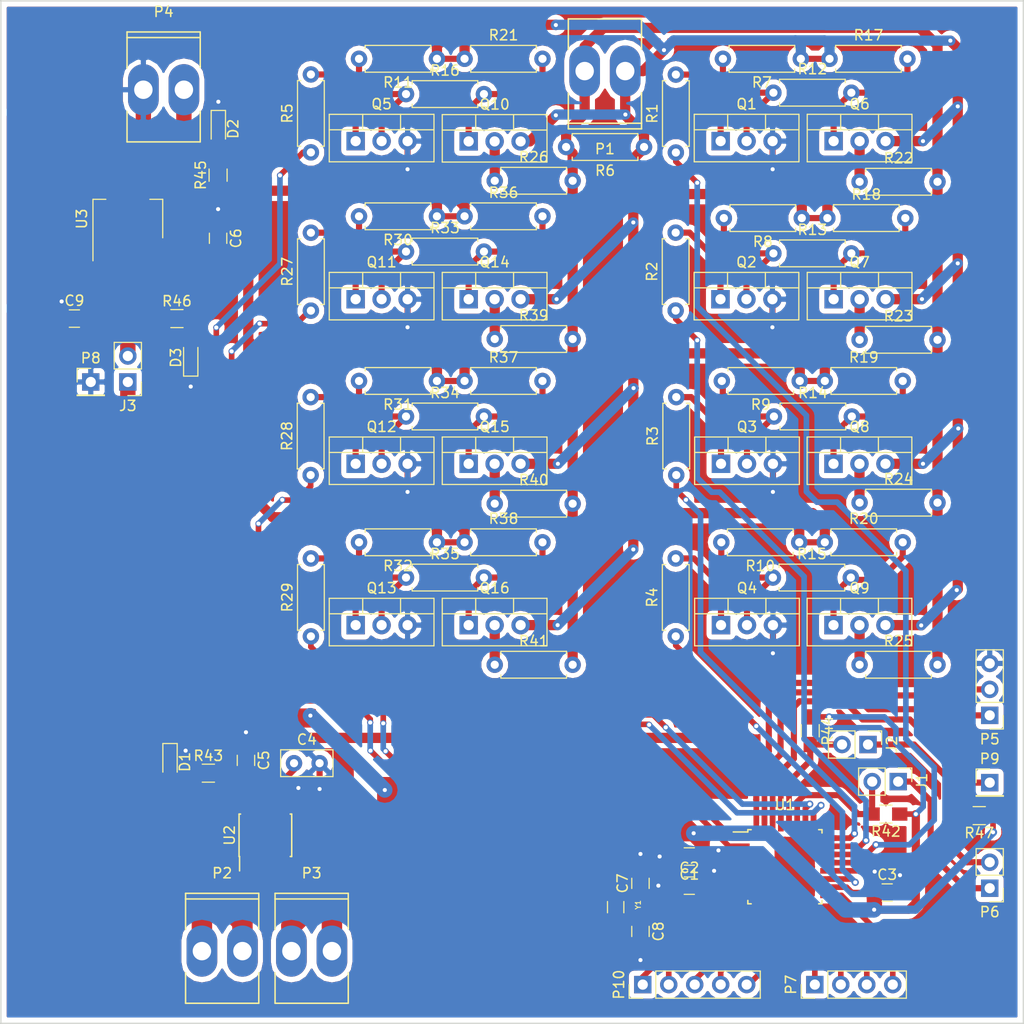
<source format=kicad_pcb>
(kicad_pcb (version 4) (host pcbnew 4.0.2-stable)
  (layers (0 F.Cu signal) (31 B.Cu signal) (34 B.Paste user) (35 F.Paste user) (36 B.SilkS user) (37 F.SilkS user) (38 B.Mask user) (39 F.Mask user) (44 Edge.Cuts user))
  (net 0 "")
  (net 1 /5V)
  (net 2 /GND)
  (net 3 "Net-(C4-Pad1)")
  (net 4 /V_FUENTE)
  (net 5 /CLK1)
  (net 6 /CLK2)
  (net 7 "Net-(C9-Pad2)")
  (net 8 /SDA)
  (net 9 /SDA_E)
  (net 10 /SCL)
  (net 11 /SCL_E)
  (net 12 /VOUT)
  (net 13 /VFB)
  (net 14 /I_SENS+)
  (net 15 /I_SENS-)
  (net 16 /RXD)
  (net 17 /TXD)
  (net 18 /~SS)
  (net 19 /MOSI)
  (net 20 /MISO)
  (net 21 /SCK)
  (net 22 /RESET)
  (net 23 "Net-(Q1-Pad1)")
  (net 24 "Net-(Q1-Pad2)")
  (net 25 "Net-(Q2-Pad1)")
  (net 26 "Net-(Q2-Pad2)")
  (net 27 "Net-(Q3-Pad1)")
  (net 28 "Net-(Q3-Pad2)")
  (net 29 "Net-(Q4-Pad1)")
  (net 30 "Net-(Q4-Pad2)")
  (net 31 "Net-(Q5-Pad1)")
  (net 32 "Net-(Q5-Pad2)")
  (net 33 "Net-(Q6-Pad1)")
  (net 34 "Net-(Q6-Pad2)")
  (net 35 "Net-(Q7-Pad1)")
  (net 36 "Net-(Q7-Pad2)")
  (net 37 "Net-(Q8-Pad1)")
  (net 38 "Net-(Q8-Pad2)")
  (net 39 "Net-(Q9-Pad1)")
  (net 40 "Net-(Q9-Pad2)")
  (net 41 "Net-(Q10-Pad1)")
  (net 42 "Net-(Q10-Pad2)")
  (net 43 "Net-(Q11-Pad1)")
  (net 44 "Net-(Q11-Pad2)")
  (net 45 "Net-(Q12-Pad1)")
  (net 46 "Net-(Q12-Pad2)")
  (net 47 "Net-(Q13-Pad1)")
  (net 48 "Net-(Q13-Pad2)")
  (net 49 "Net-(Q14-Pad1)")
  (net 50 "Net-(Q14-Pad2)")
  (net 51 "Net-(Q15-Pad1)")
  (net 52 "Net-(Q15-Pad2)")
  (net 53 "Net-(Q16-Pad1)")
  (net 54 "Net-(Q16-Pad2)")
  (net 55 /VCONTROL_1)
  (net 56 /VCONTROL_2)
  (net 57 /VCONTROL_3)
  (net 58 /VCONTROL_4)
  (net 59 /VCONTROL_5)
  (net 60 /VCONTROL_6)
  (net 61 /VCONTROL_7)
  (net 62 /VCONTROL_8)
  (net 63 "Net-(D1-Pad2)")
  (net 64 "Net-(D2-Pad2)")
  (net 65 "Net-(D3-Pad2)")
  (net 66 /REG1_1)
  (net 67 /REG1_2)
  (net 68 /REG1_3)
  (net 69 /REG1_4)
  (net 70 /REG1_5)
  (net 71 /VOUT_SENS)
  (module Capacitors_SMD:C_0805_HandSoldering (layer F.Cu) (at 147.325 133.675 180)
    (fp_text reference C1 (at 0 -1.75 180) (layer F.SilkS))
    (fp_text value 0,1uF)
    (pad 1 smd rect (at -1.25 0 180) (size 1.5 1.25) (layers F.Cu F.Paste F.Mask) (net 1 /5V))
    (pad 2 smd rect (at 1.25 0 180) (size 1.5 1.25) (layers F.Cu F.Paste F.Mask) (net 2 /GND))
  )
  (module Capacitors_SMD:C_0805_HandSoldering (layer F.Cu) (at 147.325 136.525)
    (fp_text reference C2 (at 0 -1.75) (layer F.SilkS))
    (fp_text value 0,1uF)
    (pad 1 smd rect (at -1.25 0) (size 1.5 1.25) (layers F.Cu F.Paste F.Mask) (net 2 /GND))
    (pad 2 smd rect (at 1.25 0) (size 1.5 1.25) (layers F.Cu F.Paste F.Mask) (net 1 /5V))
  )
  (module Capacitors_SMD:C_0805_HandSoldering (layer F.Cu) (at 166.675 137.2)
    (fp_text reference C3 (at 0 -1.75) (layer F.SilkS))
    (fp_text value 0,1uF)
    (pad 1 smd rect (at -1.25 0) (size 1.5 1.25) (layers F.Cu F.Paste F.Mask) (net 1 /5V))
    (pad 2 smd rect (at 1.25 0) (size 1.5 1.25) (layers F.Cu F.Paste F.Mask) (net 2 /GND))
  )
  (module Capacitors_SMD:C_0805_HandSoldering (layer F.Cu) (at 103.975 124.275 270)
    (fp_text reference C5 (at 0 -1.75 270) (layer F.SilkS))
    (fp_text value 0,1uF)
    (pad 1 smd rect (at -1.25 0 270) (size 1.5 1.25) (layers F.Cu F.Paste F.Mask) (net 2 /GND))
    (pad 2 smd rect (at 1.25 0 270) (size 1.5 1.25) (layers F.Cu F.Paste F.Mask) (net 1 /5V))
  )
  (module Capacitors_SMD:C_0805_HandSoldering (layer F.Cu) (at 101.25 73.225 270)
    (fp_text reference C6 (at 0 -1.75 270) (layer F.SilkS))
    (fp_text value 0,1uF)
    (pad 1 smd rect (at -1.25 0 270) (size 1.5 1.25) (layers F.Cu F.Paste F.Mask) (net 2 /GND))
    (pad 2 smd rect (at 1.25 0 270) (size 1.5 1.25) (layers F.Cu F.Paste F.Mask) (net 4 /V_FUENTE))
  )
  (module Capacitors_SMD:C_0805_HandSoldering (layer F.Cu) (at 142.55 136.3 90)
    (fp_text reference C7 (at 0 -1.75 90) (layer F.SilkS))
    (fp_text value 8pF)
    (pad 1 smd rect (at -1.25 0 90) (size 1.5 1.25) (layers F.Cu F.Paste F.Mask) (net 5 /CLK1))
    (pad 2 smd rect (at 1.25 0 90) (size 1.5 1.25) (layers F.Cu F.Paste F.Mask) (net 2 /GND))
  )
  (module Capacitors_SMD:C_0805_HandSoldering (layer F.Cu) (at 142.55 141 270)
    (fp_text reference C8 (at 0 -1.75 270) (layer F.SilkS))
    (fp_text value 8pF)
    (pad 1 smd rect (at -1.25 0 270) (size 1.5 1.25) (layers F.Cu F.Paste F.Mask) (net 6 /CLK2))
    (pad 2 smd rect (at 1.25 0 270) (size 1.5 1.25) (layers F.Cu F.Paste F.Mask) (net 2 /GND))
  )
  (module Capacitors_SMD:C_0805_HandSoldering (layer F.Cu) (at 87.2 81.075)
    (fp_text reference C9 (at 0 -1.75) (layer F.SilkS))
    (fp_text value 10uF)
    (pad 1 smd rect (at -1.25 0) (size 1.5 1.25) (layers F.Cu F.Paste F.Mask) (net 2 /GND))
    (pad 2 smd rect (at 1.25 0) (size 1.5 1.25) (layers F.Cu F.Paste F.Mask) (net 7 "Net-(C9-Pad2)"))
  )
  (module Pin_Headers:Pin_Header_Straight_1x02_Pitch2.54mm (layer F.Cu) (at 167.75 126.35 270)
    (fp_text reference J1 (at 0 -2.33 270) (layer F.SilkS))
    (fp_text value Jumper)
    (pad 1 thru_hole rect (at 0 0 270) (size 1.7 1.7) (drill 1) (layers *.Cu *.Mask) (net 8 /SDA))
    (pad 2 thru_hole oval (at 0 2.54 270) (size 1.7 1.7) (drill 1) (layers *.Cu *.Mask) (net 9 /SDA_E))
  )
  (module Pin_Headers:Pin_Header_Straight_1x02_Pitch2.54mm (layer F.Cu) (at 164.8 122.725 270)
    (fp_text reference J2 (at 0 -2.33 270) (layer F.SilkS))
    (fp_text value Jumper)
    (pad 1 thru_hole rect (at 0 0 270) (size 1.7 1.7) (drill 1) (layers *.Cu *.Mask) (net 10 /SCL))
    (pad 2 thru_hole oval (at 0 2.54 270) (size 1.7 1.7) (drill 1) (layers *.Cu *.Mask) (net 11 /SCL_E))
  )
  (module Sockets_MOLEX_KK-System:Socket_MOLEX-KK-RM3-96mm_Lock_2pin_straight (layer F.Cu) (at 139.075 56.875 180)
    (fp_text reference P1 (at 0 -7.62 180) (layer F.SilkS))
    (fp_text value R_FUENTE_CON)
    (pad 1 thru_hole oval (at -1.9812 0 180) (size 2.99974 5.00126) (drill 1.80086) (layers *.Cu *.Mask) (net 12 /VOUT))
    (pad 2 thru_hole oval (at 1.9812 0 180) (size 2.99974 5.00126) (drill 1.80086) (layers *.Cu *.Mask) (net 13 /VFB))
  )
  (module Sockets_MOLEX_KK-System:Socket_MOLEX-KK-RM3-96mm_Lock_2pin_straight (layer F.Cu) (at 101.65 142.925)
    (fp_text reference P2 (at 0 -7.62) (layer F.SilkS))
    (fp_text value I_+)
    (pad 1 thru_hole oval (at -1.9812 0) (size 2.99974 5.00126) (drill 1.80086) (layers *.Cu *.Mask) (net 14 /I_SENS+))
    (pad 2 thru_hole oval (at 1.9812 0) (size 2.99974 5.00126) (drill 1.80086) (layers *.Cu *.Mask) (net 14 /I_SENS+))
  )
  (module Sockets_MOLEX_KK-System:Socket_MOLEX-KK-RM3-96mm_Lock_2pin_straight (layer F.Cu) (at 110.4 142.925)
    (fp_text reference P3 (at 0 -7.62) (layer F.SilkS))
    (fp_text value I_-)
    (pad 1 thru_hole oval (at -1.9812 0) (size 2.99974 5.00126) (drill 1.80086) (layers *.Cu *.Mask) (net 15 /I_SENS-))
    (pad 2 thru_hole oval (at 1.9812 0) (size 2.99974 5.00126) (drill 1.80086) (layers *.Cu *.Mask) (net 15 /I_SENS-))
  )
  (module Sockets_MOLEX_KK-System:Socket_MOLEX-KK-RM3-96mm_Lock_2pin_straight (layer F.Cu) (at 95.925 58.7)
    (fp_text reference P4 (at 0 -7.62) (layer F.SilkS))
    (fp_text value POWER)
    (pad 1 thru_hole oval (at -1.9812 0) (size 2.99974 5.00126) (drill 1.80086) (layers *.Cu *.Mask) (net 2 /GND))
    (pad 2 thru_hole oval (at 1.9812 0) (size 2.99974 5.00126) (drill 1.80086) (layers *.Cu *.Mask) (net 4 /V_FUENTE))
  )
  (module Socket_Strips:Socket_Strip_Straight_1x03_Pitch2.54mm (layer F.Cu) (at 176.7 119.875 180)
    (fp_text reference P5 (at 0 -2.33 180) (layer F.SilkS))
    (fp_text value RS-232)
    (pad 1 thru_hole rect (at 0 0 180) (size 1.7 1.7) (drill 1) (layers *.Cu *.Mask) (net 16 /RXD))
    (pad 2 thru_hole oval (at 0 2.54 180) (size 1.7 1.7) (drill 1) (layers *.Cu *.Mask) (net 17 /TXD))
    (pad 3 thru_hole oval (at 0 5.08 180) (size 1.7 1.7) (drill 1) (layers *.Cu *.Mask) (net 2 /GND))
  )
  (module Socket_Strips:Socket_Strip_Straight_1x02_Pitch2.54mm (layer F.Cu) (at 176.7 136.775 180)
    (fp_text reference P6 (at 0 -2.33 180) (layer F.SilkS))
    (fp_text value I2C)
    (pad 1 thru_hole rect (at 0 0 180) (size 1.7 1.7) (drill 1) (layers *.Cu *.Mask) (net 8 /SDA))
    (pad 2 thru_hole oval (at 0 2.54 180) (size 1.7 1.7) (drill 1) (layers *.Cu *.Mask) (net 10 /SCL))
  )
  (module Socket_Strips:Socket_Strip_Straight_1x04_Pitch2.54mm (layer F.Cu) (at 159.6 146.2 90)
    (fp_text reference P7 (at 0 -2.33 90) (layer F.SilkS))
    (fp_text value SPI)
    (pad 1 thru_hole rect (at 0 0 90) (size 1.7 1.7) (drill 1) (layers *.Cu *.Mask) (net 18 /~SS))
    (pad 2 thru_hole oval (at 0 2.54 90) (size 1.7 1.7) (drill 1) (layers *.Cu *.Mask) (net 19 /MOSI))
    (pad 3 thru_hole oval (at 0 5.08 90) (size 1.7 1.7) (drill 1) (layers *.Cu *.Mask) (net 20 /MISO))
    (pad 4 thru_hole oval (at 0 7.62 90) (size 1.7 1.7) (drill 1) (layers *.Cu *.Mask) (net 21 /SCK))
  )
  (module Socket_Strips:Socket_Strip_Straight_1x01_Pitch2.54mm (layer F.Cu) (at 88.8 87.275)
    (fp_text reference P8 (at 0 -2.33) (layer F.SilkS))
    (fp_text value GND_REG)
    (pad 1 thru_hole rect (at 0 0) (size 1.7 1.7) (drill 1) (layers *.Cu *.Mask) (net 2 /GND))
  )
  (module Socket_Strips:Socket_Strip_Straight_1x01_Pitch2.54mm (layer F.Cu) (at 176.7 126.45)
    (fp_text reference P9 (at 0 -2.33) (layer F.SilkS))
    (fp_text value RESET)
    (pad 1 thru_hole rect (at 0 0) (size 1.7 1.7) (drill 1) (layers *.Cu *.Mask) (net 22 /RESET))
  )
  (module TO_SOT_Packages_THT:TO-220_Vertical (layer F.Cu) (at 150.38832 63.72352)
    (fp_text reference Q1 (at 2.54 -3.62) (layer F.SilkS))
    (fp_text value NMOS)
    (pad 1 thru_hole rect (at 0 0) (size 1.8 1.8) (drill 1) (layers *.Cu *.Mask) (net 23 "Net-(Q1-Pad1)"))
    (pad 2 thru_hole oval (at 2.54 0) (size 1.8 1.8) (drill 1) (layers *.Cu *.Mask) (net 24 "Net-(Q1-Pad2)"))
    (pad 3 thru_hole oval (at 5.08 0) (size 1.8 1.8) (drill 1) (layers *.Cu *.Mask) (net 2 /GND))
  )
  (module TO_SOT_Packages_THT:TO-220_Vertical (layer F.Cu) (at 150.37308 79.18196)
    (fp_text reference Q2 (at 2.54 -3.62) (layer F.SilkS))
    (fp_text value NMOS)
    (pad 1 thru_hole rect (at 0 0) (size 1.8 1.8) (drill 1) (layers *.Cu *.Mask) (net 25 "Net-(Q2-Pad1)"))
    (pad 2 thru_hole oval (at 2.54 0) (size 1.8 1.8) (drill 1) (layers *.Cu *.Mask) (net 26 "Net-(Q2-Pad2)"))
    (pad 3 thru_hole oval (at 5.08 0) (size 1.8 1.8) (drill 1) (layers *.Cu *.Mask) (net 2 /GND))
  )
  (module TO_SOT_Packages_THT:TO-220_Vertical (layer F.Cu) (at 150.425 95.275)
    (fp_text reference Q3 (at 2.54 -3.62) (layer F.SilkS))
    (fp_text value NMOS)
    (pad 1 thru_hole rect (at 0 0) (size 1.8 1.8) (drill 1) (layers *.Cu *.Mask) (net 27 "Net-(Q3-Pad1)"))
    (pad 2 thru_hole oval (at 2.54 0) (size 1.8 1.8) (drill 1) (layers *.Cu *.Mask) (net 28 "Net-(Q3-Pad2)"))
    (pad 3 thru_hole oval (at 5.08 0) (size 1.8 1.8) (drill 1) (layers *.Cu *.Mask) (net 2 /GND))
  )
  (module TO_SOT_Packages_THT:TO-220_Vertical (layer F.Cu) (at 150.425 111.05)
    (fp_text reference Q4 (at 2.54 -3.62) (layer F.SilkS))
    (fp_text value NMOS)
    (pad 1 thru_hole rect (at 0 0) (size 1.8 1.8) (drill 1) (layers *.Cu *.Mask) (net 29 "Net-(Q4-Pad1)"))
    (pad 2 thru_hole oval (at 2.54 0) (size 1.8 1.8) (drill 1) (layers *.Cu *.Mask) (net 30 "Net-(Q4-Pad2)"))
    (pad 3 thru_hole oval (at 5.08 0) (size 1.8 1.8) (drill 1) (layers *.Cu *.Mask) (net 2 /GND))
  )
  (module TO_SOT_Packages_THT:TO-220_Vertical (layer F.Cu) (at 114.7 63.725)
    (fp_text reference Q5 (at 2.54 -3.62) (layer F.SilkS))
    (fp_text value NMOS)
    (pad 1 thru_hole rect (at 0 0) (size 1.8 1.8) (drill 1) (layers *.Cu *.Mask) (net 31 "Net-(Q5-Pad1)"))
    (pad 2 thru_hole oval (at 2.54 0) (size 1.8 1.8) (drill 1) (layers *.Cu *.Mask) (net 32 "Net-(Q5-Pad2)"))
    (pad 3 thru_hole oval (at 5.08 0) (size 1.8 1.8) (drill 1) (layers *.Cu *.Mask) (net 2 /GND))
  )
  (module TO_SOT_Packages_THT:TO-220_Vertical (layer F.Cu) (at 161.43732 63.72352)
    (fp_text reference Q6 (at 2.54 -3.62) (layer F.SilkS))
    (fp_text value PMOS)
    (pad 1 thru_hole rect (at 0 0) (size 1.8 1.8) (drill 1) (layers *.Cu *.Mask) (net 33 "Net-(Q6-Pad1)"))
    (pad 2 thru_hole oval (at 2.54 0) (size 1.8 1.8) (drill 1) (layers *.Cu *.Mask) (net 34 "Net-(Q6-Pad2)"))
    (pad 3 thru_hole oval (at 5.08 0) (size 1.8 1.8) (drill 1) (layers *.Cu *.Mask) (net 12 /VOUT))
  )
  (module TO_SOT_Packages_THT:TO-220_Vertical (layer F.Cu) (at 161.43732 79.18196)
    (fp_text reference Q7 (at 2.54 -3.62) (layer F.SilkS))
    (fp_text value PMOS)
    (pad 1 thru_hole rect (at 0 0) (size 1.8 1.8) (drill 1) (layers *.Cu *.Mask) (net 35 "Net-(Q7-Pad1)"))
    (pad 2 thru_hole oval (at 2.54 0) (size 1.8 1.8) (drill 1) (layers *.Cu *.Mask) (net 36 "Net-(Q7-Pad2)"))
    (pad 3 thru_hole oval (at 5.08 0) (size 1.8 1.8) (drill 1) (layers *.Cu *.Mask) (net 12 /VOUT))
  )
  (module TO_SOT_Packages_THT:TO-220_Vertical (layer F.Cu) (at 161.425 95.275)
    (fp_text reference Q8 (at 2.54 -3.62) (layer F.SilkS))
    (fp_text value PMOS)
    (pad 1 thru_hole rect (at 0 0) (size 1.8 1.8) (drill 1) (layers *.Cu *.Mask) (net 37 "Net-(Q8-Pad1)"))
    (pad 2 thru_hole oval (at 2.54 0) (size 1.8 1.8) (drill 1) (layers *.Cu *.Mask) (net 38 "Net-(Q8-Pad2)"))
    (pad 3 thru_hole oval (at 5.08 0) (size 1.8 1.8) (drill 1) (layers *.Cu *.Mask) (net 12 /VOUT))
  )
  (module TO_SOT_Packages_THT:TO-220_Vertical (layer F.Cu) (at 161.425 111.05)
    (fp_text reference Q9 (at 2.54 -3.62) (layer F.SilkS))
    (fp_text value PMOS)
    (pad 1 thru_hole rect (at 0 0) (size 1.8 1.8) (drill 1) (layers *.Cu *.Mask) (net 39 "Net-(Q9-Pad1)"))
    (pad 2 thru_hole oval (at 2.54 0) (size 1.8 1.8) (drill 1) (layers *.Cu *.Mask) (net 40 "Net-(Q9-Pad2)"))
    (pad 3 thru_hole oval (at 5.08 0) (size 1.8 1.8) (drill 1) (layers *.Cu *.Mask) (net 12 /VOUT))
  )
  (module TO_SOT_Packages_THT:TO-220_Vertical (layer F.Cu) (at 125.75 63.75)
    (fp_text reference Q10 (at 2.54 -3.62) (layer F.SilkS))
    (fp_text value PMOS)
    (pad 1 thru_hole rect (at 0 0) (size 1.8 1.8) (drill 1) (layers *.Cu *.Mask) (net 41 "Net-(Q10-Pad1)"))
    (pad 2 thru_hole oval (at 2.54 0) (size 1.8 1.8) (drill 1) (layers *.Cu *.Mask) (net 42 "Net-(Q10-Pad2)"))
    (pad 3 thru_hole oval (at 5.08 0) (size 1.8 1.8) (drill 1) (layers *.Cu *.Mask) (net 12 /VOUT))
  )
  (module TO_SOT_Packages_THT:TO-220_Vertical (layer F.Cu) (at 114.7 79.18196)
    (fp_text reference Q11 (at 2.54 -3.62) (layer F.SilkS))
    (fp_text value NMOS)
    (pad 1 thru_hole rect (at 0 0) (size 1.8 1.8) (drill 1) (layers *.Cu *.Mask) (net 43 "Net-(Q11-Pad1)"))
    (pad 2 thru_hole oval (at 2.54 0) (size 1.8 1.8) (drill 1) (layers *.Cu *.Mask) (net 44 "Net-(Q11-Pad2)"))
    (pad 3 thru_hole oval (at 5.08 0) (size 1.8 1.8) (drill 1) (layers *.Cu *.Mask) (net 2 /GND))
  )
  (module TO_SOT_Packages_THT:TO-220_Vertical (layer F.Cu) (at 114.7 95.275)
    (fp_text reference Q12 (at 2.54 -3.62) (layer F.SilkS))
    (fp_text value NMOS)
    (pad 1 thru_hole rect (at 0 0) (size 1.8 1.8) (drill 1) (layers *.Cu *.Mask) (net 45 "Net-(Q12-Pad1)"))
    (pad 2 thru_hole oval (at 2.54 0) (size 1.8 1.8) (drill 1) (layers *.Cu *.Mask) (net 46 "Net-(Q12-Pad2)"))
    (pad 3 thru_hole oval (at 5.08 0) (size 1.8 1.8) (drill 1) (layers *.Cu *.Mask) (net 2 /GND))
  )
  (module TO_SOT_Packages_THT:TO-220_Vertical (layer F.Cu) (at 114.7 111.05)
    (fp_text reference Q13 (at 2.54 -3.62) (layer F.SilkS))
    (fp_text value NMOS)
    (pad 1 thru_hole rect (at 0 0) (size 1.8 1.8) (drill 1) (layers *.Cu *.Mask) (net 47 "Net-(Q13-Pad1)"))
    (pad 2 thru_hole oval (at 2.54 0) (size 1.8 1.8) (drill 1) (layers *.Cu *.Mask) (net 48 "Net-(Q13-Pad2)"))
    (pad 3 thru_hole oval (at 5.08 0) (size 1.8 1.8) (drill 1) (layers *.Cu *.Mask) (net 2 /GND))
  )
  (module TO_SOT_Packages_THT:TO-220_Vertical (layer F.Cu) (at 125.75 79.18196)
    (fp_text reference Q14 (at 2.54 -3.62) (layer F.SilkS))
    (fp_text value PMOS)
    (pad 1 thru_hole rect (at 0 0) (size 1.8 1.8) (drill 1) (layers *.Cu *.Mask) (net 49 "Net-(Q14-Pad1)"))
    (pad 2 thru_hole oval (at 2.54 0) (size 1.8 1.8) (drill 1) (layers *.Cu *.Mask) (net 50 "Net-(Q14-Pad2)"))
    (pad 3 thru_hole oval (at 5.08 0) (size 1.8 1.8) (drill 1) (layers *.Cu *.Mask) (net 12 /VOUT))
  )
  (module TO_SOT_Packages_THT:TO-220_Vertical (layer F.Cu) (at 125.75 95.275)
    (fp_text reference Q15 (at 2.54 -3.62) (layer F.SilkS))
    (fp_text value PMOS)
    (pad 1 thru_hole rect (at 0 0) (size 1.8 1.8) (drill 1) (layers *.Cu *.Mask) (net 51 "Net-(Q15-Pad1)"))
    (pad 2 thru_hole oval (at 2.54 0) (size 1.8 1.8) (drill 1) (layers *.Cu *.Mask) (net 52 "Net-(Q15-Pad2)"))
    (pad 3 thru_hole oval (at 5.08 0) (size 1.8 1.8) (drill 1) (layers *.Cu *.Mask) (net 12 /VOUT))
  )
  (module TO_SOT_Packages_THT:TO-220_Vertical (layer F.Cu) (at 125.75 111.05)
    (fp_text reference Q16 (at 2.54 -3.62) (layer F.SilkS))
    (fp_text value PMOS)
    (pad 1 thru_hole rect (at 0 0) (size 1.8 1.8) (drill 1) (layers *.Cu *.Mask) (net 53 "Net-(Q16-Pad1)"))
    (pad 2 thru_hole oval (at 2.54 0) (size 1.8 1.8) (drill 1) (layers *.Cu *.Mask) (net 54 "Net-(Q16-Pad2)"))
    (pad 3 thru_hole oval (at 5.08 0) (size 1.8 1.8) (drill 1) (layers *.Cu *.Mask) (net 12 /VOUT))
  )
  (module Resistors_THT:R_Axial_DIN0207_L6.3mm_D2.5mm_P7.62mm_Horizontal (layer F.Cu) (at 146.0119 64.83858 90)
    (fp_text reference R1 (at 3.81 -2.31 90) (layer F.SilkS))
    (fp_text value R)
    (pad 1 thru_hole circle (at 0 0 90) (size 1.6 1.6) (drill 0.8) (layers *.Cu *.Mask) (net 59 /VCONTROL_5))
    (pad 2 thru_hole oval (at 7.62 0 90) (size 1.6 1.6) (drill 0.8) (layers *.Cu *.Mask) (net 23 "Net-(Q1-Pad1)"))
  )
  (module Resistors_THT:R_Axial_DIN0207_L6.3mm_D2.5mm_P7.62mm_Horizontal (layer F.Cu) (at 145.99158 80.29194 90)
    (fp_text reference R2 (at 3.81 -2.31 90) (layer F.SilkS))
    (fp_text value R)
    (pad 1 thru_hole circle (at 0 0 90) (size 1.6 1.6) (drill 0.8) (layers *.Cu *.Mask) (net 58 /VCONTROL_4))
    (pad 2 thru_hole oval (at 7.62 0 90) (size 1.6 1.6) (drill 0.8) (layers *.Cu *.Mask) (net 25 "Net-(Q2-Pad1)"))
  )
  (module Resistors_THT:R_Axial_DIN0207_L6.3mm_D2.5mm_P7.62mm_Horizontal (layer F.Cu) (at 146.05 96.375 90)
    (fp_text reference R3 (at 3.81 -2.31 90) (layer F.SilkS))
    (fp_text value R)
    (pad 1 thru_hole circle (at 0 0 90) (size 1.6 1.6) (drill 0.8) (layers *.Cu *.Mask) (net 57 /VCONTROL_3))
    (pad 2 thru_hole oval (at 7.62 0 90) (size 1.6 1.6) (drill 0.8) (layers *.Cu *.Mask) (net 27 "Net-(Q3-Pad1)"))
  )
  (module Resistors_THT:R_Axial_DIN0207_L6.3mm_D2.5mm_P7.62mm_Horizontal (layer F.Cu) (at 146 112.15 90)
    (fp_text reference R4 (at 3.81 -2.31 90) (layer F.SilkS))
    (fp_text value R)
    (pad 1 thru_hole circle (at 0 0 90) (size 1.6 1.6) (drill 0.8) (layers *.Cu *.Mask) (net 60 /VCONTROL_6))
    (pad 2 thru_hole oval (at 7.62 0 90) (size 1.6 1.6) (drill 0.8) (layers *.Cu *.Mask) (net 29 "Net-(Q4-Pad1)"))
  )
  (module Resistors_THT:R_Axial_DIN0207_L6.3mm_D2.5mm_P7.62mm_Horizontal (layer F.Cu) (at 110.325 64.825 90)
    (fp_text reference R5 (at 3.81 -2.31 90) (layer F.SilkS))
    (fp_text value R)
    (pad 1 thru_hole circle (at 0 0 90) (size 1.6 1.6) (drill 0.8) (layers *.Cu *.Mask) (net 62 /VCONTROL_8))
    (pad 2 thru_hole oval (at 7.62 0 90) (size 1.6 1.6) (drill 0.8) (layers *.Cu *.Mask) (net 31 "Net-(Q5-Pad1)"))
  )
  (module Resistors_THT:R_Axial_DIN0207_L6.3mm_D2.5mm_P7.62mm_Horizontal (layer F.Cu) (at 158.23184 55.6768 180)
    (fp_text reference R7 (at 3.81 -2.31 180) (layer F.SilkS))
    (fp_text value R)
    (pad 1 thru_hole circle (at 0 0 180) (size 1.6 1.6) (drill 0.8) (layers *.Cu *.Mask) (net 12 /VOUT))
    (pad 2 thru_hole oval (at 7.62 0 180) (size 1.6 1.6) (drill 0.8) (layers *.Cu *.Mask) (net 24 "Net-(Q1-Pad2)"))
  )
  (module Resistors_THT:R_Axial_DIN0207_L6.3mm_D2.5mm_P7.62mm_Horizontal (layer F.Cu) (at 158.325 71.25 180)
    (fp_text reference R8 (at 3.81 -2.31 180) (layer F.SilkS))
    (fp_text value R)
    (pad 1 thru_hole circle (at 0 0 180) (size 1.6 1.6) (drill 0.8) (layers *.Cu *.Mask) (net 12 /VOUT))
    (pad 2 thru_hole oval (at 7.62 0 180) (size 1.6 1.6) (drill 0.8) (layers *.Cu *.Mask) (net 26 "Net-(Q2-Pad2)"))
  )
  (module Resistors_THT:R_Axial_DIN0207_L6.3mm_D2.5mm_P7.62mm_Horizontal (layer F.Cu) (at 158.125 87.175 180)
    (fp_text reference R9 (at 3.81 -2.31 180) (layer F.SilkS))
    (fp_text value R)
    (pad 1 thru_hole circle (at 0 0 180) (size 1.6 1.6) (drill 0.8) (layers *.Cu *.Mask) (net 12 /VOUT))
    (pad 2 thru_hole oval (at 7.62 0 180) (size 1.6 1.6) (drill 0.8) (layers *.Cu *.Mask) (net 28 "Net-(Q3-Pad2)"))
  )
  (module Resistors_THT:R_Axial_DIN0207_L6.3mm_D2.5mm_P7.62mm_Horizontal (layer F.Cu) (at 158.075 102.95 180)
    (fp_text reference R10 (at 3.81 -2.31 180) (layer F.SilkS))
    (fp_text value R)
    (pad 1 thru_hole circle (at 0 0 180) (size 1.6 1.6) (drill 0.8) (layers *.Cu *.Mask) (net 12 /VOUT))
    (pad 2 thru_hole oval (at 7.62 0 180) (size 1.6 1.6) (drill 0.8) (layers *.Cu *.Mask) (net 30 "Net-(Q4-Pad2)"))
  )
  (module Resistors_THT:R_Axial_DIN0207_L6.3mm_D2.5mm_P7.62mm_Horizontal (layer F.Cu) (at 122.65 55.675 180)
    (fp_text reference R11 (at 3.81 -2.31 180) (layer F.SilkS))
    (fp_text value R)
    (pad 1 thru_hole circle (at 0 0 180) (size 1.6 1.6) (drill 0.8) (layers *.Cu *.Mask) (net 12 /VOUT))
    (pad 2 thru_hole oval (at 7.62 0 180) (size 1.6 1.6) (drill 0.8) (layers *.Cu *.Mask) (net 32 "Net-(Q5-Pad2)"))
  )
  (module Resistors_THT:R_Axial_DIN0207_L6.3mm_D2.5mm_P7.62mm_Horizontal (layer F.Cu) (at 155.5496 58.98896)
    (fp_text reference R12 (at 3.81 -2.31) (layer F.SilkS))
    (fp_text value R)
    (pad 1 thru_hole circle (at 0 0) (size 1.6 1.6) (drill 0.8) (layers *.Cu *.Mask) (net 24 "Net-(Q1-Pad2)"))
    (pad 2 thru_hole oval (at 7.62 0) (size 1.6 1.6) (drill 0.8) (layers *.Cu *.Mask) (net 33 "Net-(Q6-Pad1)"))
  )
  (module Resistors_THT:R_Axial_DIN0207_L6.3mm_D2.5mm_P7.62mm_Horizontal (layer F.Cu) (at 155.5496 74.7)
    (fp_text reference R13 (at 3.81 -2.31) (layer F.SilkS))
    (fp_text value R)
    (pad 1 thru_hole circle (at 0 0) (size 1.6 1.6) (drill 0.8) (layers *.Cu *.Mask) (net 26 "Net-(Q2-Pad2)"))
    (pad 2 thru_hole oval (at 7.62 0) (size 1.6 1.6) (drill 0.8) (layers *.Cu *.Mask) (net 35 "Net-(Q7-Pad1)"))
  )
  (module Resistors_THT:R_Axial_DIN0207_L6.3mm_D2.5mm_P7.62mm_Horizontal (layer F.Cu) (at 155.5996 90.65)
    (fp_text reference R14 (at 3.81 -2.31) (layer F.SilkS))
    (fp_text value R)
    (pad 1 thru_hole circle (at 0 0) (size 1.6 1.6) (drill 0.8) (layers *.Cu *.Mask) (net 28 "Net-(Q3-Pad2)"))
    (pad 2 thru_hole oval (at 7.62 0) (size 1.6 1.6) (drill 0.8) (layers *.Cu *.Mask) (net 37 "Net-(Q8-Pad1)"))
  )
  (module Resistors_THT:R_Axial_DIN0207_L6.3mm_D2.5mm_P7.62mm_Horizontal (layer F.Cu) (at 155.5 106.4)
    (fp_text reference R15 (at 3.81 -2.31) (layer F.SilkS))
    (fp_text value R)
    (pad 1 thru_hole circle (at 0 0) (size 1.6 1.6) (drill 0.8) (layers *.Cu *.Mask) (net 30 "Net-(Q4-Pad2)"))
    (pad 2 thru_hole oval (at 7.62 0) (size 1.6 1.6) (drill 0.8) (layers *.Cu *.Mask) (net 39 "Net-(Q9-Pad1)"))
  )
  (module Resistors_THT:R_Axial_DIN0207_L6.3mm_D2.5mm_P7.62mm_Horizontal (layer F.Cu) (at 119.625 59.125)
    (fp_text reference R16 (at 3.81 -2.31) (layer F.SilkS))
    (fp_text value R)
    (pad 1 thru_hole circle (at 0 0) (size 1.6 1.6) (drill 0.8) (layers *.Cu *.Mask) (net 32 "Net-(Q5-Pad2)"))
    (pad 2 thru_hole oval (at 7.62 0) (size 1.6 1.6) (drill 0.8) (layers *.Cu *.Mask) (net 41 "Net-(Q10-Pad1)"))
  )
  (module Resistors_THT:R_Axial_DIN0207_L6.3mm_D2.5mm_P7.62mm_Horizontal (layer F.Cu) (at 161.036 55.6768)
    (fp_text reference R17 (at 3.81 -2.31) (layer F.SilkS))
    (fp_text value R)
    (pad 1 thru_hole circle (at 0 0) (size 1.6 1.6) (drill 0.8) (layers *.Cu *.Mask) (net 12 /VOUT))
    (pad 2 thru_hole oval (at 7.62 0) (size 1.6 1.6) (drill 0.8) (layers *.Cu *.Mask) (net 33 "Net-(Q6-Pad1)"))
  )
  (module Resistors_THT:R_Axial_DIN0207_L6.3mm_D2.5mm_P7.62mm_Horizontal (layer F.Cu) (at 160.825 71.25)
    (fp_text reference R18 (at 3.81 -2.31) (layer F.SilkS))
    (fp_text value R)
    (pad 1 thru_hole circle (at 0 0) (size 1.6 1.6) (drill 0.8) (layers *.Cu *.Mask) (net 12 /VOUT))
    (pad 2 thru_hole oval (at 7.62 0) (size 1.6 1.6) (drill 0.8) (layers *.Cu *.Mask) (net 35 "Net-(Q7-Pad1)"))
  )
  (module Resistors_THT:R_Axial_DIN0207_L6.3mm_D2.5mm_P7.62mm_Horizontal (layer F.Cu) (at 160.575 87.175)
    (fp_text reference R19 (at 3.81 -2.31) (layer F.SilkS))
    (fp_text value R)
    (pad 1 thru_hole circle (at 0 0) (size 1.6 1.6) (drill 0.8) (layers *.Cu *.Mask) (net 12 /VOUT))
    (pad 2 thru_hole oval (at 7.62 0) (size 1.6 1.6) (drill 0.8) (layers *.Cu *.Mask) (net 37 "Net-(Q8-Pad1)"))
  )
  (module Resistors_THT:R_Axial_DIN0207_L6.3mm_D2.5mm_P7.62mm_Horizontal (layer F.Cu) (at 160.575 102.95)
    (fp_text reference R20 (at 3.81 -2.31) (layer F.SilkS))
    (fp_text value R)
    (pad 1 thru_hole circle (at 0 0) (size 1.6 1.6) (drill 0.8) (layers *.Cu *.Mask) (net 12 /VOUT))
    (pad 2 thru_hole oval (at 7.62 0) (size 1.6 1.6) (drill 0.8) (layers *.Cu *.Mask) (net 39 "Net-(Q9-Pad1)"))
  )
  (module Resistors_THT:R_Axial_DIN0207_L6.3mm_D2.5mm_P7.62mm_Horizontal (layer F.Cu) (at 125.35 55.675)
    (fp_text reference R21 (at 3.81 -2.31) (layer F.SilkS))
    (fp_text value R)
    (pad 1 thru_hole circle (at 0 0) (size 1.6 1.6) (drill 0.8) (layers *.Cu *.Mask) (net 12 /VOUT))
    (pad 2 thru_hole oval (at 7.62 0) (size 1.6 1.6) (drill 0.8) (layers *.Cu *.Mask) (net 41 "Net-(Q10-Pad1)"))
  )
  (module Resistors_THT:R_Axial_DIN0207_L6.3mm_D2.5mm_P7.62mm_Horizontal (layer F.Cu) (at 163.975 67.7)
    (fp_text reference R22 (at 3.81 -2.31) (layer F.SilkS))
    (fp_text value R)
    (pad 1 thru_hole circle (at 0 0) (size 1.6 1.6) (drill 0.8) (layers *.Cu *.Mask) (net 34 "Net-(Q6-Pad2)"))
    (pad 2 thru_hole oval (at 7.62 0) (size 1.6 1.6) (drill 0.8) (layers *.Cu *.Mask) (net 13 /VFB))
  )
  (module Resistors_THT:R_Axial_DIN0207_L6.3mm_D2.5mm_P7.62mm_Horizontal (layer F.Cu) (at 163.975 83.15)
    (fp_text reference R23 (at 3.81 -2.31) (layer F.SilkS))
    (fp_text value R)
    (pad 1 thru_hole circle (at 0 0) (size 1.6 1.6) (drill 0.8) (layers *.Cu *.Mask) (net 36 "Net-(Q7-Pad2)"))
    (pad 2 thru_hole oval (at 7.62 0) (size 1.6 1.6) (drill 0.8) (layers *.Cu *.Mask) (net 13 /VFB))
  )
  (module Resistors_THT:R_Axial_DIN0207_L6.3mm_D2.5mm_P7.62mm_Horizontal (layer F.Cu) (at 163.975 99.075)
    (fp_text reference R24 (at 3.81 -2.31) (layer F.SilkS))
    (fp_text value R)
    (pad 1 thru_hole circle (at 0 0) (size 1.6 1.6) (drill 0.8) (layers *.Cu *.Mask) (net 38 "Net-(Q8-Pad2)"))
    (pad 2 thru_hole oval (at 7.62 0) (size 1.6 1.6) (drill 0.8) (layers *.Cu *.Mask) (net 13 /VFB))
  )
  (module Resistors_THT:R_Axial_DIN0207_L6.3mm_D2.5mm_P7.62mm_Horizontal (layer F.Cu) (at 163.975 114.925)
    (fp_text reference R25 (at 3.81 -2.31) (layer F.SilkS))
    (fp_text value R)
    (pad 1 thru_hole circle (at 0 0) (size 1.6 1.6) (drill 0.8) (layers *.Cu *.Mask) (net 40 "Net-(Q9-Pad2)"))
    (pad 2 thru_hole oval (at 7.62 0) (size 1.6 1.6) (drill 0.8) (layers *.Cu *.Mask) (net 13 /VFB))
  )
  (module Resistors_THT:R_Axial_DIN0207_L6.3mm_D2.5mm_P7.62mm_Horizontal (layer F.Cu) (at 128.3 67.6)
    (fp_text reference R26 (at 3.81 -2.31) (layer F.SilkS))
    (fp_text value R)
    (pad 1 thru_hole circle (at 0 0) (size 1.6 1.6) (drill 0.8) (layers *.Cu *.Mask) (net 42 "Net-(Q10-Pad2)"))
    (pad 2 thru_hole oval (at 7.62 0) (size 1.6 1.6) (drill 0.8) (layers *.Cu *.Mask) (net 13 /VFB))
  )
  (module Resistors_THT:R_Axial_DIN0207_L6.3mm_D2.5mm_P7.62mm_Horizontal (layer F.Cu) (at 110.325 80.3 90)
    (fp_text reference R27 (at 3.81 -2.31 90) (layer F.SilkS))
    (fp_text value R)
    (pad 1 thru_hole circle (at 0 0 90) (size 1.6 1.6) (drill 0.8) (layers *.Cu *.Mask) (net 61 /VCONTROL_7))
    (pad 2 thru_hole oval (at 7.62 0 90) (size 1.6 1.6) (drill 0.8) (layers *.Cu *.Mask) (net 43 "Net-(Q11-Pad1)"))
  )
  (module Resistors_THT:R_Axial_DIN0207_L6.3mm_D2.5mm_P7.62mm_Horizontal (layer F.Cu) (at 110.3 96.375 90)
    (fp_text reference R28 (at 3.81 -2.31 90) (layer F.SilkS))
    (fp_text value R)
    (pad 1 thru_hole circle (at 0 0 90) (size 1.6 1.6) (drill 0.8) (layers *.Cu *.Mask) (net 56 /VCONTROL_2))
    (pad 2 thru_hole oval (at 7.62 0 90) (size 1.6 1.6) (drill 0.8) (layers *.Cu *.Mask) (net 45 "Net-(Q12-Pad1)"))
  )
  (module Resistors_THT:R_Axial_DIN0207_L6.3mm_D2.5mm_P7.62mm_Horizontal (layer F.Cu) (at 110.325 112.15 90)
    (fp_text reference R29 (at 3.81 -2.31 90) (layer F.SilkS))
    (fp_text value R)
    (pad 1 thru_hole circle (at 0 0 90) (size 1.6 1.6) (drill 0.8) (layers *.Cu *.Mask) (net 55 /VCONTROL_1))
    (pad 2 thru_hole oval (at 7.62 0 90) (size 1.6 1.6) (drill 0.8) (layers *.Cu *.Mask) (net 47 "Net-(Q13-Pad1)"))
  )
  (module Resistors_THT:R_Axial_DIN0207_L6.3mm_D2.5mm_P7.62mm_Horizontal (layer F.Cu) (at 122.65 71.075 180)
    (fp_text reference R30 (at 3.81 -2.31 180) (layer F.SilkS))
    (fp_text value R)
    (pad 1 thru_hole circle (at 0 0 180) (size 1.6 1.6) (drill 0.8) (layers *.Cu *.Mask) (net 12 /VOUT))
    (pad 2 thru_hole oval (at 7.62 0 180) (size 1.6 1.6) (drill 0.8) (layers *.Cu *.Mask) (net 44 "Net-(Q11-Pad2)"))
  )
  (module Resistors_THT:R_Axial_DIN0207_L6.3mm_D2.5mm_P7.62mm_Horizontal (layer F.Cu) (at 122.65 87.175 180)
    (fp_text reference R31 (at 3.81 -2.31 180) (layer F.SilkS))
    (fp_text value R)
    (pad 1 thru_hole circle (at 0 0 180) (size 1.6 1.6) (drill 0.8) (layers *.Cu *.Mask) (net 12 /VOUT))
    (pad 2 thru_hole oval (at 7.62 0 180) (size 1.6 1.6) (drill 0.8) (layers *.Cu *.Mask) (net 46 "Net-(Q12-Pad2)"))
  )
  (module Resistors_THT:R_Axial_DIN0207_L6.3mm_D2.5mm_P7.62mm_Horizontal (layer F.Cu) (at 122.65 102.95 180)
    (fp_text reference R32 (at 3.81 -2.31 180) (layer F.SilkS))
    (fp_text value R)
    (pad 1 thru_hole circle (at 0 0 180) (size 1.6 1.6) (drill 0.8) (layers *.Cu *.Mask) (net 12 /VOUT))
    (pad 2 thru_hole oval (at 7.62 0 180) (size 1.6 1.6) (drill 0.8) (layers *.Cu *.Mask) (net 48 "Net-(Q13-Pad2)"))
  )
  (module Resistors_THT:R_Axial_DIN0207_L6.3mm_D2.5mm_P7.62mm_Horizontal (layer F.Cu) (at 119.625 74.525)
    (fp_text reference R33 (at 3.81 -2.31) (layer F.SilkS))
    (fp_text value R)
    (pad 1 thru_hole circle (at 0 0) (size 1.6 1.6) (drill 0.8) (layers *.Cu *.Mask) (net 44 "Net-(Q11-Pad2)"))
    (pad 2 thru_hole oval (at 7.62 0) (size 1.6 1.6) (drill 0.8) (layers *.Cu *.Mask) (net 49 "Net-(Q14-Pad1)"))
  )
  (module Resistors_THT:R_Axial_DIN0207_L6.3mm_D2.5mm_P7.62mm_Horizontal (layer F.Cu) (at 119.625 90.65)
    (fp_text reference R34 (at 3.81 -2.31) (layer F.SilkS))
    (fp_text value R)
    (pad 1 thru_hole circle (at 0 0) (size 1.6 1.6) (drill 0.8) (layers *.Cu *.Mask) (net 46 "Net-(Q12-Pad2)"))
    (pad 2 thru_hole oval (at 7.62 0) (size 1.6 1.6) (drill 0.8) (layers *.Cu *.Mask) (net 51 "Net-(Q15-Pad1)"))
  )
  (module Resistors_THT:R_Axial_DIN0207_L6.3mm_D2.5mm_P7.62mm_Horizontal (layer F.Cu) (at 119.625 106.4)
    (fp_text reference R35 (at 3.81 -2.31) (layer F.SilkS))
    (fp_text value R)
    (pad 1 thru_hole circle (at 0 0) (size 1.6 1.6) (drill 0.8) (layers *.Cu *.Mask) (net 48 "Net-(Q13-Pad2)"))
    (pad 2 thru_hole oval (at 7.62 0) (size 1.6 1.6) (drill 0.8) (layers *.Cu *.Mask) (net 53 "Net-(Q16-Pad1)"))
  )
  (module Resistors_THT:R_Axial_DIN0207_L6.3mm_D2.5mm_P7.62mm_Horizontal (layer F.Cu) (at 125.35 71.075)
    (fp_text reference R36 (at 3.81 -2.31) (layer F.SilkS))
    (fp_text value R)
    (pad 1 thru_hole circle (at 0 0) (size 1.6 1.6) (drill 0.8) (layers *.Cu *.Mask) (net 12 /VOUT))
    (pad 2 thru_hole oval (at 7.62 0) (size 1.6 1.6) (drill 0.8) (layers *.Cu *.Mask) (net 49 "Net-(Q14-Pad1)"))
  )
  (module Resistors_THT:R_Axial_DIN0207_L6.3mm_D2.5mm_P7.62mm_Horizontal (layer F.Cu) (at 125.35 87.175)
    (fp_text reference R37 (at 3.81 -2.31) (layer F.SilkS))
    (fp_text value R)
    (pad 1 thru_hole circle (at 0 0) (size 1.6 1.6) (drill 0.8) (layers *.Cu *.Mask) (net 12 /VOUT))
    (pad 2 thru_hole oval (at 7.62 0) (size 1.6 1.6) (drill 0.8) (layers *.Cu *.Mask) (net 51 "Net-(Q15-Pad1)"))
  )
  (module Resistors_THT:R_Axial_DIN0207_L6.3mm_D2.5mm_P7.62mm_Horizontal (layer F.Cu) (at 125.35 102.95)
    (fp_text reference R38 (at 3.81 -2.31) (layer F.SilkS))
    (fp_text value R)
    (pad 1 thru_hole circle (at 0 0) (size 1.6 1.6) (drill 0.8) (layers *.Cu *.Mask) (net 12 /VOUT))
    (pad 2 thru_hole oval (at 7.62 0) (size 1.6 1.6) (drill 0.8) (layers *.Cu *.Mask) (net 53 "Net-(Q16-Pad1)"))
  )
  (module Resistors_THT:R_Axial_DIN0207_L6.3mm_D2.5mm_P7.62mm_Horizontal (layer F.Cu) (at 128.3 83.075)
    (fp_text reference R39 (at 3.81 -2.31) (layer F.SilkS))
    (fp_text value R)
    (pad 1 thru_hole circle (at 0 0) (size 1.6 1.6) (drill 0.8) (layers *.Cu *.Mask) (net 50 "Net-(Q14-Pad2)"))
    (pad 2 thru_hole oval (at 7.62 0) (size 1.6 1.6) (drill 0.8) (layers *.Cu *.Mask) (net 13 /VFB))
  )
  (module Resistors_THT:R_Axial_DIN0207_L6.3mm_D2.5mm_P7.62mm_Horizontal (layer F.Cu) (at 128.3 99.175)
    (fp_text reference R40 (at 3.81 -2.31) (layer F.SilkS))
    (fp_text value R)
    (pad 1 thru_hole circle (at 0 0) (size 1.6 1.6) (drill 0.8) (layers *.Cu *.Mask) (net 52 "Net-(Q15-Pad2)"))
    (pad 2 thru_hole oval (at 7.62 0) (size 1.6 1.6) (drill 0.8) (layers *.Cu *.Mask) (net 13 /VFB))
  )
  (module Resistors_THT:R_Axial_DIN0207_L6.3mm_D2.5mm_P7.62mm_Horizontal (layer F.Cu) (at 128.3 114.925)
    (fp_text reference R41 (at 3.81 -2.31) (layer F.SilkS))
    (fp_text value R)
    (pad 1 thru_hole circle (at 0 0) (size 1.6 1.6) (drill 0.8) (layers *.Cu *.Mask) (net 54 "Net-(Q16-Pad2)"))
    (pad 2 thru_hole oval (at 7.62 0) (size 1.6 1.6) (drill 0.8) (layers *.Cu *.Mask) (net 13 /VFB))
  )
  (module Resistors_SMD:R_0805_HandSoldering (layer F.Cu) (at 100.3 125.525)
    (fp_text reference R43 (at 0 -1.7) (layer F.SilkS))
    (fp_text value 1K)
    (pad 1 smd rect (at -1.35 0) (size 1.5 1.3) (layers F.Cu F.Paste F.Mask) (net 63 "Net-(D1-Pad2)"))
    (pad 2 smd rect (at 1.35 0) (size 1.5 1.3) (layers F.Cu F.Paste F.Mask) (net 1 /5V))
  )
  (module Resistors_SMD:R_0805_HandSoldering (layer F.Cu) (at 101.25 67.05 90)
    (fp_text reference R45 (at 0 -1.7 90) (layer F.SilkS))
    (fp_text value 1K)
    (pad 1 smd rect (at -1.35 0 90) (size 1.5 1.3) (layers F.Cu F.Paste F.Mask) (net 4 /V_FUENTE))
    (pad 2 smd rect (at 1.35 0 90) (size 1.5 1.3) (layers F.Cu F.Paste F.Mask) (net 64 "Net-(D2-Pad2)"))
  )
  (module Resistors_SMD:R_0805_HandSoldering (layer F.Cu) (at 97.225 81.075)
    (fp_text reference R46 (at 0 -1.7) (layer F.SilkS))
    (fp_text value 1K)
    (pad 1 smd rect (at -1.35 0) (size 1.5 1.3) (layers F.Cu F.Paste F.Mask) (net 7 "Net-(C9-Pad2)"))
    (pad 2 smd rect (at 1.35 0) (size 1.5 1.3) (layers F.Cu F.Paste F.Mask) (net 65 "Net-(D3-Pad2)"))
  )
  (module Resistors_SMD:R_0805_HandSoldering (layer F.Cu) (at 175.675 129.675 180)
    (fp_text reference R47 (at 0 -1.7 180) (layer F.SilkS))
    (fp_text value 10K)
    (pad 1 smd rect (at -1.35 0 180) (size 1.5 1.3) (layers F.Cu F.Paste F.Mask) (net 1 /5V))
    (pad 2 smd rect (at 1.35 0 180) (size 1.5 1.3) (layers F.Cu F.Paste F.Mask) (net 22 /RESET))
  )
  (module Housings_SOIC:SOIC-8_3.9x4.9mm_Pitch1.27mm (layer F.Cu) (at 105.875 131.6 90)
    (fp_text reference U2 (at 0 -3.5 90) (layer F.SilkS))
    (fp_text value ACS_712)
    (pad 1 smd rect (at -2.7 -1.905 90) (size 1.55 0.6) (layers F.Cu F.Paste F.Mask) (net 14 /I_SENS+))
    (pad 2 smd rect (at -2.7 -0.635 90) (size 1.55 0.6) (layers F.Cu F.Paste F.Mask) (net 14 /I_SENS+))
    (pad 3 smd rect (at -2.7 0.635 90) (size 1.55 0.6) (layers F.Cu F.Paste F.Mask) (net 15 /I_SENS-))
    (pad 4 smd rect (at -2.7 1.905 90) (size 1.55 0.6) (layers F.Cu F.Paste F.Mask) (net 15 /I_SENS-))
    (pad 5 smd rect (at 2.7 1.905 90) (size 1.55 0.6) (layers F.Cu F.Paste F.Mask) (net 2 /GND))
    (pad 6 smd rect (at 2.7 0.635 90) (size 1.55 0.6) (layers F.Cu F.Paste F.Mask) (net 3 "Net-(C4-Pad1)"))
    (pad 7 smd rect (at 2.7 -0.635 90) (size 1.55 0.6) (layers F.Cu F.Paste F.Mask) (net 71 /VOUT_SENS))
    (pad 8 smd rect (at 2.7 -1.905 90) (size 1.55 0.6) (layers F.Cu F.Paste F.Mask) (net 1 /5V))
  )
  (module TO_SOT_Packages_SMD:SOT-223 (layer F.Cu) (at 92.425 71.325 90)
    (fp_text reference U3 (at 0 -4.5 90) (layer F.SilkS))
    (fp_text value LD1117S50TR_FINAL)
    (pad 4 smd rect (at 3.15 0 90) (size 2 3.8) (layers F.Cu F.Paste F.Mask))
    (pad 2 smd rect (at -3.15 0 90) (size 2 1.5) (layers F.Cu F.Paste F.Mask) (net 7 "Net-(C9-Pad2)"))
    (pad 3 smd rect (at -3.15 2.3 90) (size 2 1.5) (layers F.Cu F.Paste F.Mask) (net 4 /V_FUENTE))
    (pad 1 smd rect (at -3.15 -2.3 90) (size 2 1.5) (layers F.Cu F.Paste F.Mask) (net 2 /GND))
  )
  (module LEDs:LED_0805 (layer F.Cu) (at 96.55 124.425 270)
    (fp_text reference D1 (at 0 -1.45 270) (layer F.SilkS))
    (fp_text value Led_Small_Reg)
    (pad 2 smd rect (at 1.1 0 90) (size 1.2 1.2) (layers F.Cu F.Paste F.Mask) (net 63 "Net-(D1-Pad2)"))
    (pad 1 smd rect (at -1.1 0 90) (size 1.2 1.2) (layers F.Cu F.Paste F.Mask) (net 2 /GND))
  )
  (module LEDs:LED_0805 (layer F.Cu) (at 101.275 62.525 270)
    (fp_text reference D2 (at 0 -1.45 270) (layer F.SilkS))
    (fp_text value Led_Small_Reg)
    (pad 2 smd rect (at 1.1 0 90) (size 1.2 1.2) (layers F.Cu F.Paste F.Mask) (net 64 "Net-(D2-Pad2)"))
    (pad 1 smd rect (at -1.1 0 90) (size 1.2 1.2) (layers F.Cu F.Paste F.Mask) (net 2 /GND))
  )
  (module LEDs:LED_0805 (layer F.Cu) (at 98.575 84.9 90)
    (fp_text reference D3 (at 0 -1.45 90) (layer F.SilkS))
    (fp_text value Led_Small_Reg)
    (pad 2 smd rect (at 1.1 0 270) (size 1.2 1.2) (layers F.Cu F.Paste F.Mask) (net 65 "Net-(D3-Pad2)"))
    (pad 1 smd rect (at -1.1 0 270) (size 1.2 1.2) (layers F.Cu F.Paste F.Mask) (net 2 /GND))
  )
  (module Socket_Strips:Socket_Strip_Straight_1x05_Pitch2.54mm (layer F.Cu) (at 142.775 146.2 90)
    (fp_text reference P10 (at 0 -2.33 90) (layer F.SilkS))
    (fp_text value GPIO)
    (pad 1 thru_hole rect (at 0 0 90) (size 1.7 1.7) (drill 1) (layers *.Cu *.Mask) (net 66 /REG1_1))
    (pad 2 thru_hole oval (at 0 2.54 90) (size 1.7 1.7) (drill 1) (layers *.Cu *.Mask) (net 67 /REG1_2))
    (pad 3 thru_hole oval (at 0 5.08 90) (size 1.7 1.7) (drill 1) (layers *.Cu *.Mask) (net 68 /REG1_3))
    (pad 4 thru_hole oval (at 0 7.62 90) (size 1.7 1.7) (drill 1) (layers *.Cu *.Mask) (net 69 /REG1_4))
    (pad 5 thru_hole oval (at 0 10.16 90) (size 1.7 1.7) (drill 1) (layers *.Cu *.Mask) (net 70 /REG1_5))
  )
  (module Pin_Headers:Pin_Header_Straight_1x02_Pitch2.54mm (layer F.Cu) (at 92.425 87.275 180)
    (fp_text reference J3 (at 0 -2.33 180) (layer F.SilkS))
    (fp_text value Jumper)
    (pad 1 thru_hole rect (at 0 0 180) (size 1.7 1.7) (drill 1) (layers *.Cu *.Mask) (net 1 /5V))
    (pad 2 thru_hole oval (at 0 2.54 180) (size 1.7 1.7) (drill 1) (layers *.Cu *.Mask) (net 7 "Net-(C9-Pad2)"))
  )
  (module Resistors_SMD:R_0805_HandSoldering (layer F.Cu) (at 166.55 129.525 180)
    (fp_text reference R42 (at 0 -1.7 180) (layer F.SilkS))
    (fp_text value 10K)
    (pad 1 smd rect (at -1.35 0 180) (size 1.5 1.3) (layers F.Cu F.Paste F.Mask) (net 1 /5V))
    (pad 2 smd rect (at 1.35 0 180) (size 1.5 1.3) (layers F.Cu F.Paste F.Mask) (net 9 /SDA_E))
  )
  (module Resistors_SMD:R_0805_HandSoldering (layer F.Cu) (at 159.15 121.375 270)
    (fp_text reference R44 (at 0 -1.7 270) (layer F.SilkS))
    (fp_text value 10K)
    (pad 1 smd rect (at -1.35 0 270) (size 1.5 1.3) (layers F.Cu F.Paste F.Mask) (net 1 /5V))
    (pad 2 smd rect (at 1.35 0 270) (size 1.5 1.3) (layers F.Cu F.Paste F.Mask) (net 11 /SCL_E))
  )
  (module Capacitors_THT:C_Disc_D5.0mm_W2.5mm_P2.50mm (layer F.Cu) (at 108.675 124.55)
    (fp_text reference C4 (at 1.25 -2.31) (layer F.SilkS))
    (fp_text value 1nF_THT)
    (pad 1 thru_hole circle (at 0 0) (size 1.6 1.6) (drill 0.8) (layers *.Cu *.Mask) (net 3 "Net-(C4-Pad1)"))
    (pad 2 thru_hole circle (at 2.5 0) (size 1.6 1.6) (drill 0.8) (layers *.Cu *.Mask) (net 2 /GND))
  )
  (module Resistors_THT:R_Axial_DIN0207_L6.3mm_D2.5mm_P7.62mm_Horizontal (layer F.Cu) (at 142.9 64.3 180)
    (fp_text reference R6 (at 3.81 -2.31 180) (layer F.SilkS))
    (fp_text value R)
    (pad 1 thru_hole circle (at 0 0 180) (size 1.6 1.6) (drill 0.8) (layers *.Cu *.Mask) (net 12 /VOUT))
    (pad 2 thru_hole oval (at 7.62 0 180) (size 1.6 1.6) (drill 0.8) (layers *.Cu *.Mask) (net 13 /VFB))
  )
  (module Huellas:Crystal_SMD_XRCHA_Murata_Serie_W2,5mm_L2,0mm (layer F.Cu) (at 140.125 138.625 270)
    (fp_text reference Y1 (at -0.22098 -2.19456 270) (layer F.SilkS) (effects (font (size 0.5 0.5) (thickness 0.1))))
    (fp_text value XRCHA_16M)
    (pad 1 smd rect (at -0.8 0 270) (size 1.2 2.3) (layers F.Cu F.Paste F.Mask) (net 5 /CLK1))
    (pad 2 smd rect (at 0.8 0 270) (size 1.2 2.3) (layers F.Cu F.Paste F.Mask) (net 6 /CLK2))
  )
  (module Housings_QFP:TQFP-32_7x7mm_Pitch0.8mm (layer F.Cu) (at 156.675 134.675)
    (fp_text reference U1 (at 0 -6.05) (layer F.SilkS))
    (fp_text value Atmega328PA)
    (pad 1 smd rect (at -4.25 -2.8) (size 1.6 0.55) (layers F.Cu F.Paste F.Mask) (net 61 /VCONTROL_7))
    (pad 2 smd rect (at -4.25 -2) (size 1.6 0.55) (layers F.Cu F.Paste F.Mask) (net 62 /VCONTROL_8))
    (pad 3 smd rect (at -4.25 -1.2) (size 1.6 0.55) (layers F.Cu F.Paste F.Mask) (net 2 /GND))
    (pad 4 smd rect (at -4.25 -0.4) (size 1.6 0.55) (layers F.Cu F.Paste F.Mask) (net 1 /5V))
    (pad 5 smd rect (at -4.25 0.4) (size 1.6 0.55) (layers F.Cu F.Paste F.Mask) (net 2 /GND))
    (pad 6 smd rect (at -4.25 1.2) (size 1.6 0.55) (layers F.Cu F.Paste F.Mask) (net 1 /5V))
    (pad 7 smd rect (at -4.25 2) (size 1.6 0.55) (layers F.Cu F.Paste F.Mask) (net 5 /CLK1))
    (pad 8 smd rect (at -4.25 2.8) (size 1.6 0.55) (layers F.Cu F.Paste F.Mask) (net 6 /CLK2))
    (pad 9 smd rect (at -2.8 4.25 90) (size 1.6 0.55) (layers F.Cu F.Paste F.Mask) (net 66 /REG1_1))
    (pad 10 smd rect (at -2 4.25 90) (size 1.6 0.55) (layers F.Cu F.Paste F.Mask) (net 67 /REG1_2))
    (pad 11 smd rect (at -1.2 4.25 90) (size 1.6 0.55) (layers F.Cu F.Paste F.Mask) (net 68 /REG1_3))
    (pad 12 smd rect (at -0.4 4.25 90) (size 1.6 0.55) (layers F.Cu F.Paste F.Mask) (net 69 /REG1_4))
    (pad 13 smd rect (at 0.4 4.25 90) (size 1.6 0.55) (layers F.Cu F.Paste F.Mask) (net 70 /REG1_5))
    (pad 14 smd rect (at 1.2 4.25 90) (size 1.6 0.55) (layers F.Cu F.Paste F.Mask) (net 18 /~SS))
    (pad 15 smd rect (at 2 4.25 90) (size 1.6 0.55) (layers F.Cu F.Paste F.Mask) (net 19 /MOSI))
    (pad 16 smd rect (at 2.8 4.25 90) (size 1.6 0.55) (layers F.Cu F.Paste F.Mask) (net 20 /MISO))
    (pad 17 smd rect (at 4.25 2.8) (size 1.6 0.55) (layers F.Cu F.Paste F.Mask) (net 21 /SCK))
    (pad 18 smd rect (at 4.25 2) (size 1.6 0.55) (layers F.Cu F.Paste F.Mask) (net 1 /5V))
    (pad 19 smd rect (at 4.25 1.2) (size 1.6 0.55) (layers F.Cu F.Paste F.Mask) (net 60 /VCONTROL_6))
    (pad 20 smd rect (at 4.25 0.4) (size 1.6 0.55) (layers F.Cu F.Paste F.Mask) (net 1 /5V))
    (pad 21 smd rect (at 4.25 -0.4) (size 1.6 0.55) (layers F.Cu F.Paste F.Mask) (net 2 /GND))
    (pad 22 smd rect (at 4.25 -1.2) (size 1.6 0.55) (layers F.Cu F.Paste F.Mask) (net 59 /VCONTROL_5))
    (pad 23 smd rect (at 4.25 -2) (size 1.6 0.55) (layers F.Cu F.Paste F.Mask) (net 58 /VCONTROL_4))
    (pad 24 smd rect (at 4.25 -2.8) (size 1.6 0.55) (layers F.Cu F.Paste F.Mask) (net 57 /VCONTROL_3))
    (pad 25 smd rect (at 2.8 -4.25 90) (size 1.6 0.55) (layers F.Cu F.Paste F.Mask) (net 56 /VCONTROL_2))
    (pad 26 smd rect (at 2 -4.25 90) (size 1.6 0.55) (layers F.Cu F.Paste F.Mask) (net 55 /VCONTROL_1))
    (pad 27 smd rect (at 1.2 -4.25 90) (size 1.6 0.55) (layers F.Cu F.Paste F.Mask) (net 9 /SDA_E))
    (pad 28 smd rect (at 0.4 -4.25 90) (size 1.6 0.55) (layers F.Cu F.Paste F.Mask) (net 11 /SCL_E))
    (pad 29 smd rect (at -0.4 -4.25 90) (size 1.6 0.55) (layers F.Cu F.Paste F.Mask) (net 22 /RESET))
    (pad 30 smd rect (at -1.2 -4.25 90) (size 1.6 0.55) (layers F.Cu F.Paste F.Mask) (net 16 /RXD))
    (pad 31 smd rect (at -2 -4.25 90) (size 1.6 0.55) (layers F.Cu F.Paste F.Mask) (net 17 /TXD))
    (pad 32 smd rect (at -2.8 -4.25 90) (size 1.6 0.55) (layers F.Cu F.Paste F.Mask) (net 71 /VOUT_SENS))
  )
  (gr_line (start 180 50) (end 180 150) (angle 90) (layer Edge.Cuts) (width 0.15))
  (gr_line (start 80 150) (end 180 150) (angle 90) (layer Edge.Cuts) (width 0.15))
  (gr_line (start 80 50) (end 180 50) (angle 90) (layer Edge.Cuts) (width 0.15))
  (gr_line (start 80 50) (end 80 150) (angle 90) (layer Edge.Cuts) (width 0.15))
  (segment (start 160.925 135.075) (end 164.1 135.075) (width 0.55) (layer F.Cu) (net 1))
  (segment (start 165.425 136.4) (end 165.425 137.2) (width 0.55) (layer F.Cu) (net 1))
  (segment (start 164.1 135.075) (end 165.425 136.4) (width 0.55) (layer F.Cu) (net 1))
  (segment (start 160.925 136.675) (end 162.7 136.675) (width 0.55) (layer F.Cu) (net 1))
  (segment (start 163.225 137.2) (end 165.425 137.2) (width 0.55) (layer F.Cu) (net 1))
  (segment (start 162.7 136.675) (end 163.225 137.2) (width 0.55) (layer F.Cu) (net 1))
  (segment (start 165.425 137.2) (end 165.425 136.65) (width 0.55) (layer F.Cu) (net 1))
  (segment (start 169.475 129.525) (end 169.475 138.175) (width 0.8) (layer F.Cu) (net 1))
  (segment (start 168.775 138.875) (end 165.4 138.875) (width 0.8) (layer F.Cu) (net 1))
  (segment (start 169.475 138.175) (end 168.775 138.875) (width 0.8) (layer F.Cu) (net 1))
  (segment (start 161 120.025) (end 166.4 120.025) (width 0.55) (layer B.Cu) (net 1))
  (segment (start 167.9 129.525) (end 169.475 129.525) (width 0.55) (layer F.Cu) (net 1))
  (via (at 169.475 129.525) (size 0.6) (drill 0.4) (layers F.Cu B.Cu) (net 1))
  (segment (start 161 120.025) (end 159.15 120.025) (width 0.55) (layer F.Cu) (net 1))
  (via (at 161 120.025) (size 0.7) (drill 0.4) (layers F.Cu B.Cu) (net 1))
  (segment (start 170.2 128.8) (end 169.475 129.525) (width 0.55) (layer B.Cu) (net 1))
  (segment (start 170.2 125.275) (end 170.2 128.8) (width 0.55) (layer B.Cu) (net 1))
  (segment (start 167.525 122.6) (end 170.2 125.275) (width 0.55) (layer B.Cu) (net 1))
  (segment (start 167.525 121.15) (end 167.525 122.6) (width 0.55) (layer B.Cu) (net 1))
  (segment (start 166.4 120.025) (end 167.525 121.15) (width 0.55) (layer B.Cu) (net 1))
  (segment (start 165.4 138.875) (end 169.45 138.875) (width 0.8) (layer B.Cu) (net 1))
  (segment (start 169.45 138.875) (end 177.025 131.3) (width 0.8) (layer B.Cu) (net 1))
  (segment (start 177.025 131.3) (end 177.025 129.675) (width 0.55) (layer F.Cu) (net 1))
  (via (at 177.025 131.3) (size 0.6) (drill 0.4) (layers F.Cu B.Cu) (net 1))
  (segment (start 165.425 137.2) (end 165.425 138.85) (width 1.5) (layer F.Cu) (net 1))
  (segment (start 165.425 138.85) (end 165.4 138.875) (width 1.5) (layer F.Cu) (net 1))
  (via (at 147.75 131.4) (size 0.7) (drill 0.4) (layers F.Cu B.Cu) (net 1))
  (segment (start 165.4 138.875) (end 165.375 138.9) (width 1.5) (layer B.Cu) (net 1))
  (segment (start 165.375 138.9) (end 162.6 138.9) (width 1.5) (layer B.Cu) (net 1))
  (segment (start 162.6 138.9) (end 155.1 131.4) (width 1.5) (layer B.Cu) (net 1))
  (segment (start 155.1 131.4) (end 147.75 131.4) (width 1.5) (layer B.Cu) (net 1))
  (via (at 165.4 138.875) (size 0.7) (drill 0.4) (layers F.Cu B.Cu) (net 1))
  (segment (start 147.75 131.4) (end 147.7125 131.4375) (width 1.5) (layer F.Cu) (net 1))
  (segment (start 147.7125 131.4375) (end 147.75 131.4) (width 1.5) (layer F.Cu) (net 1))
  (segment (start 147.75 131.4) (end 147.75 131.475) (width 1.5) (layer F.Cu) (net 1))
  (segment (start 148.575 133.675) (end 148.575 136.525) (width 1) (layer F.Cu) (net 1))
  (segment (start 98.475 119.95) (end 110.225 119.95) (width 1.5) (layer F.Cu) (net 1))
  (segment (start 148.575 132.3) (end 148.575 133.675) (width 1.5) (layer F.Cu) (net 1))
  (segment (start 146.825 130.55) (end 147.75 131.475) (width 1.5) (layer F.Cu) (net 1))
  (segment (start 147.75 131.475) (end 148.575 132.3) (width 1.5) (layer F.Cu) (net 1))
  (segment (start 120.925 130.55) (end 146.825 130.55) (width 1.5) (layer F.Cu) (net 1))
  (segment (start 117.55 127.175) (end 120.925 130.55) (width 1.5) (layer F.Cu) (net 1))
  (via (at 117.55 127.175) (size 0.7) (drill 0.4) (layers F.Cu B.Cu) (net 1))
  (segment (start 110.275 119.9) (end 117.55 127.175) (width 1.5) (layer B.Cu) (net 1))
  (via (at 110.275 119.9) (size 0.7) (drill 0.4) (layers F.Cu B.Cu) (net 1))
  (segment (start 110.225 119.95) (end 110.275 119.9) (width 1.5) (layer F.Cu) (net 1))
  (segment (start 92.425 118.675) (end 93.7 119.95) (width 1.5) (layer F.Cu) (net 1))
  (segment (start 101.65 123.125) (end 101.65 125.525) (width 1.5) (layer F.Cu) (net 1))
  (segment (start 98.475 119.95) (end 101.65 123.125) (width 1.5) (layer F.Cu) (net 1))
  (segment (start 93.7 119.95) (end 98.475 119.95) (width 1.5) (layer F.Cu) (net 1))
  (segment (start 92.425 87.275) (end 92.425 118.675) (width 1.5) (layer F.Cu) (net 1))
  (segment (start 92.425 118.675) (end 92.4 118.7) (width 1.5) (layer F.Cu) (net 1))
  (segment (start 148.575 136.525) (end 149.525 136.525) (width 0.55) (layer F.Cu) (net 1))
  (segment (start 149.525 136.525) (end 150.175 135.875) (width 0.55) (layer F.Cu) (net 1))
  (segment (start 150.175 135.875) (end 152.425 135.875) (width 0.55) (layer F.Cu) (net 1))
  (segment (start 152.425 134.275) (end 150 134.275) (width 0.55) (layer F.Cu) (net 1))
  (segment (start 150 134.275) (end 149.4 133.675) (width 0.55) (layer F.Cu) (net 1))
  (segment (start 149.4 133.675) (end 148.575 133.675) (width 0.55) (layer F.Cu) (net 1))
  (segment (start 103.975 125.525) (end 101.65 125.525) (width 0.6) (layer F.Cu) (net 1))
  (segment (start 103.97 128.9) (end 103.97 125.53) (width 0.6) (layer F.Cu) (net 1))
  (segment (start 103.97 125.53) (end 103.975 125.525) (width 0.6) (layer F.Cu) (net 1))
  (segment (start 142.55 142.25) (end 142.55 143.8) (width 0.6) (layer F.Cu) (net 2))
  (via (at 142.55 143.8) (size 0.6) (drill 0.4) (layers F.Cu B.Cu) (net 2))
  (segment (start 142.55 135.05) (end 142.55 133.425) (width 0.6) (layer F.Cu) (net 2))
  (via (at 142.55 133.425) (size 0.6) (drill 0.4) (layers F.Cu B.Cu) (net 2))
  (segment (start 103.975 123.025) (end 103.975 121.525) (width 0.55) (layer F.Cu) (net 2))
  (via (at 103.975 121.525) (size 0.7) (drill 0.4) (layers F.Cu B.Cu) (net 2))
  (segment (start 146.075 133.675) (end 144.425 133.675) (width 0.8) (layer F.Cu) (net 2))
  (via (at 144.425 133.675) (size 0.7) (drill 0.4) (layers F.Cu B.Cu) (net 2))
  (segment (start 146.075 136.525) (end 144.3 136.525) (width 0.8) (layer F.Cu) (net 2))
  (via (at 144.3 136.525) (size 0.7) (drill 0.4) (layers F.Cu B.Cu) (net 2))
  (segment (start 167.925 137.2) (end 167.925 135.5) (width 0.8) (layer F.Cu) (net 2))
  (via (at 167.925 135.5) (size 0.7) (drill 0.4) (layers F.Cu B.Cu) (net 2))
  (segment (start 152.425 135.075) (end 149.75 135.075) (width 0.55) (layer F.Cu) (net 2))
  (via (at 149.75 135.075) (size 0.7) (drill 0.4) (layers F.Cu B.Cu) (net 2))
  (segment (start 98.575 86) (end 98.575 87.725) (width 0.8) (layer F.Cu) (net 2))
  (via (at 98.575 87.725) (size 0.7) (drill 0.4) (layers F.Cu B.Cu) (net 2))
  (segment (start 101.275 61.425) (end 101.275 59.875) (width 0.8) (layer F.Cu) (net 2))
  (via (at 101.275 59.875) (size 0.7) (drill 0.4) (layers F.Cu B.Cu) (net 2))
  (segment (start 101.25 71.975) (end 101.25 70.375) (width 0.8) (layer F.Cu) (net 2))
  (via (at 101.25 70.375) (size 0.7) (drill 0.4) (layers F.Cu B.Cu) (net 2))
  (segment (start 85.95 81.075) (end 85.95 79.4) (width 0.8) (layer F.Cu) (net 2))
  (via (at 85.95 79.4) (size 0.7) (drill 0.4) (layers F.Cu B.Cu) (net 2))
  (segment (start 93.9438 58.7) (end 93.9438 62.7312) (width 1.5) (layer F.Cu) (net 2))
  (segment (start 90.125 76.525) (end 90.125 74.475) (width 1.5) (layer F.Cu) (net 2))
  (segment (start 89.2 77.45) (end 90.125 76.525) (width 1.5) (layer F.Cu) (net 2))
  (segment (start 88.475 77.45) (end 89.2 77.45) (width 1.5) (layer F.Cu) (net 2))
  (segment (start 86.9 75.875) (end 88.475 77.45) (width 1.5) (layer F.Cu) (net 2))
  (segment (start 86.9 67.225) (end 86.9 75.875) (width 1.5) (layer F.Cu) (net 2))
  (segment (start 88.925 65.2) (end 86.9 67.225) (width 1.5) (layer F.Cu) (net 2))
  (segment (start 91.475 65.2) (end 88.925 65.2) (width 1.5) (layer F.Cu) (net 2))
  (segment (start 93.9438 62.7312) (end 91.475 65.2) (width 1.5) (layer F.Cu) (net 2))
  (segment (start 111.175 124.55) (end 111.175 127.075) (width 0.6) (layer F.Cu) (net 2))
  (via (at 111.175 127.075) (size 0.7) (drill 0.4) (layers F.Cu B.Cu) (net 2))
  (segment (start 107.78 128.9) (end 107.78 127.57) (width 0.6) (layer F.Cu) (net 2))
  (via (at 109.1 126.975) (size 0.7) (drill 0.4) (layers F.Cu B.Cu) (net 2))
  (segment (start 108.375 126.975) (end 109.1 126.975) (width 0.6) (layer F.Cu) (net 2))
  (segment (start 107.78 127.57) (end 108.375 126.975) (width 0.6) (layer F.Cu) (net 2))
  (segment (start 96.55 123.325) (end 98.075 123.325) (width 0.6) (layer F.Cu) (net 2))
  (via (at 98.075 123.325) (size 0.7) (drill 0.4) (layers F.Cu B.Cu) (net 2))
  (segment (start 152.425 133.475) (end 150.575 133.475) (width 0.55) (layer F.Cu) (net 2))
  (via (at 150.175 133.075) (size 0.7) (drill 0.4) (layers F.Cu B.Cu) (net 2))
  (segment (start 150.575 133.475) (end 150.175 133.075) (width 0.55) (layer F.Cu) (net 2))
  (segment (start 160.925 134.275) (end 164.575 134.275) (width 0.55) (layer F.Cu) (net 2))
  (via (at 165.45 135.15) (size 0.7) (drill 0.4) (layers F.Cu B.Cu) (net 2))
  (segment (start 164.575 134.275) (end 165.45 135.15) (width 0.55) (layer F.Cu) (net 2))
  (segment (start 119.78 95.275) (end 119.78 98.02) (width 0.6) (layer F.Cu) (net 2))
  (via (at 119.775 98.025) (size 0.7) (drill 0.4) (layers F.Cu B.Cu) (net 2))
  (segment (start 119.78 98.02) (end 119.775 98.025) (width 0.6) (layer F.Cu) (net 2))
  (segment (start 119.78 79.18196) (end 119.78 81.92) (width 0.6) (layer F.Cu) (net 2))
  (via (at 119.775 81.925) (size 0.7) (drill 0.4) (layers F.Cu B.Cu) (net 2))
  (segment (start 119.78 81.92) (end 119.775 81.925) (width 0.6) (layer F.Cu) (net 2))
  (segment (start 119.78 63.725) (end 119.78 66.47) (width 0.6) (layer F.Cu) (net 2))
  (via (at 119.775 66.475) (size 0.7) (drill 0.4) (layers F.Cu B.Cu) (net 2))
  (segment (start 119.78 66.47) (end 119.775 66.475) (width 0.6) (layer F.Cu) (net 2))
  (segment (start 155.505 111.05) (end 155.505 113.795) (width 0.6) (layer F.Cu) (net 2))
  (via (at 155.5 113.8) (size 0.7) (drill 0.4) (layers F.Cu B.Cu) (net 2))
  (segment (start 155.505 113.795) (end 155.5 113.8) (width 0.6) (layer F.Cu) (net 2))
  (segment (start 155.505 95.275) (end 155.505 98.02) (width 0.6) (layer F.Cu) (net 2))
  (via (at 155.5 98.025) (size 0.7) (drill 0.4) (layers F.Cu B.Cu) (net 2))
  (segment (start 155.505 98.02) (end 155.5 98.025) (width 0.6) (layer F.Cu) (net 2))
  (segment (start 155.45308 79.18196) (end 155.45308 81.92192) (width 0.6) (layer F.Cu) (net 2))
  (via (at 155.45 81.925) (size 0.7) (drill 0.4) (layers F.Cu B.Cu) (net 2))
  (segment (start 155.45308 81.92192) (end 155.45 81.925) (width 0.6) (layer F.Cu) (net 2))
  (segment (start 155.46832 63.72352) (end 155.46832 66.46832) (width 0.6) (layer F.Cu) (net 2))
  (via (at 155.475 66.475) (size 0.7) (drill 0.4) (layers F.Cu B.Cu) (net 2))
  (segment (start 155.46832 66.46832) (end 155.475 66.475) (width 0.6) (layer F.Cu) (net 2))
  (segment (start 106.51 128.9) (end 106.51 127.34) (width 0.6) (layer F.Cu) (net 3))
  (segment (start 106.51 127.34) (end 108.675 125.175) (width 0.6) (layer F.Cu) (net 3))
  (segment (start 108.675 125.175) (end 108.675 124.55) (width 0.6) (layer F.Cu) (net 3))
  (segment (start 101.25 74.475) (end 100 74.475) (width 0.8) (layer F.Cu) (net 4))
  (segment (start 100 74.475) (end 97.9062 72.3812) (width 0.8) (layer F.Cu) (net 4))
  (segment (start 101.25 68.4) (end 99.125 68.4) (width 0.8) (layer F.Cu) (net 4))
  (segment (start 99.125 68.4) (end 97.9062 69.6188) (width 0.8) (layer F.Cu) (net 4))
  (segment (start 97.9062 58.7) (end 97.9062 69.6188) (width 1.5) (layer F.Cu) (net 4))
  (segment (start 97.9062 69.6188) (end 97.9062 72.3812) (width 1.5) (layer F.Cu) (net 4))
  (segment (start 97.9062 72.3812) (end 97.9062 76.1188) (width 1.5) (layer F.Cu) (net 4))
  (segment (start 94.725 76.3) (end 94.725 74.475) (width 1.5) (layer F.Cu) (net 4))
  (segment (start 95.425 77) (end 94.725 76.3) (width 1.5) (layer F.Cu) (net 4))
  (segment (start 97.025 77) (end 95.425 77) (width 1.5) (layer F.Cu) (net 4))
  (segment (start 97.9062 76.1188) (end 97.025 77) (width 1.5) (layer F.Cu) (net 4))
  (segment (start 140.125 137.825) (end 142.275 137.825) (width 0.8) (layer F.Cu) (net 5))
  (segment (start 142.275 137.825) (end 142.55 137.55) (width 0.8) (layer F.Cu) (net 5))
  (segment (start 149.4625 138.1125) (end 143.1125 138.1125) (width 0.6) (layer F.Cu) (net 5))
  (segment (start 143.1125 138.1125) (end 142.55 137.55) (width 0.6) (layer F.Cu) (net 5))
  (segment (start 150.9 136.675) (end 149.4625 138.1125) (width 0.55) (layer F.Cu) (net 5))
  (segment (start 149.4625 138.1125) (end 149.425 138.15) (width 0.55) (layer F.Cu) (net 5))
  (segment (start 150.9 136.675) (end 152.425 136.675) (width 0.55) (layer F.Cu) (net 5))
  (segment (start 140.125 139.425) (end 142.225 139.425) (width 0.8) (layer F.Cu) (net 6))
  (segment (start 142.225 139.425) (end 142.55 139.75) (width 0.8) (layer F.Cu) (net 6))
  (segment (start 143.125 139.175) (end 149.625 139.175) (width 0.6) (layer F.Cu) (net 6))
  (segment (start 151.325 137.475) (end 152.425 137.475) (width 0.55) (layer F.Cu) (net 6))
  (segment (start 151.325 137.475) (end 149.625 139.175) (width 0.55) (layer F.Cu) (net 6))
  (segment (start 143.125 139.175) (end 142.55 139.75) (width 0.6) (layer F.Cu) (net 6))
  (segment (start 95.875 81.075) (end 93.95 81.075) (width 0.8) (layer F.Cu) (net 7))
  (segment (start 92.425 82.6) (end 92.425 83.05) (width 0.8) (layer F.Cu) (net 7))
  (segment (start 93.95 81.075) (end 92.425 82.6) (width 0.8) (layer F.Cu) (net 7))
  (segment (start 88.45 81.075) (end 90.45 81.075) (width 0.8) (layer F.Cu) (net 7))
  (segment (start 90.45 81.075) (end 92.425 83.05) (width 0.8) (layer F.Cu) (net 7))
  (segment (start 92.425 83.05) (end 92.425 83.05) (width 0.8) (layer F.Cu) (net 7))
  (segment (start 92.425 74.475) (end 92.425 83.05) (width 1.5) (layer F.Cu) (net 7))
  (segment (start 92.425 83.05) (end 92.425 84.735) (width 1.5) (layer F.Cu) (net 7))
  (segment (start 167.75 126.35) (end 169.05 126.35) (width 0.6) (layer F.Cu) (net 8))
  (segment (start 174.3 136.775) (end 176.7 136.775) (width 0.6) (layer F.Cu) (net 8))
  (segment (start 170.925 133.4) (end 174.3 136.775) (width 0.6) (layer F.Cu) (net 8))
  (segment (start 170.925 128.225) (end 170.925 133.4) (width 0.6) (layer F.Cu) (net 8))
  (segment (start 169.05 126.35) (end 170.925 128.225) (width 0.6) (layer F.Cu) (net 8))
  (segment (start 165.2 129.525) (end 165.2 126.36) (width 0.6) (layer F.Cu) (net 9))
  (segment (start 165.2 126.36) (end 165.21 126.35) (width 0.6) (layer F.Cu) (net 9))
  (segment (start 157.875 128.6) (end 157.875 128.35) (width 0.6) (layer F.Cu) (net 9))
  (segment (start 157.875 130.425) (end 157.875 128.6) (width 0.55) (layer F.Cu) (net 9))
  (segment (start 163.825 129.525) (end 165.2 129.525) (width 0.6) (layer F.Cu) (net 9))
  (segment (start 161.975 127.675) (end 163.825 129.525) (width 0.6) (layer F.Cu) (net 9))
  (segment (start 158.55 127.675) (end 161.975 127.675) (width 0.6) (layer F.Cu) (net 9))
  (segment (start 157.875 128.35) (end 158.55 127.675) (width 0.6) (layer F.Cu) (net 9))
  (segment (start 176.7 134.235) (end 174.485 134.235) (width 0.6) (layer F.Cu) (net 10))
  (segment (start 169.3 122.725) (end 164.8 122.725) (width 0.6) (layer F.Cu) (net 10))
  (segment (start 172.75 126.175) (end 169.3 122.725) (width 0.6) (layer F.Cu) (net 10))
  (segment (start 172.75 132.5) (end 172.75 126.175) (width 0.6) (layer F.Cu) (net 10))
  (segment (start 174.485 134.235) (end 172.75 132.5) (width 0.6) (layer F.Cu) (net 10))
  (segment (start 159.15 122.725) (end 162.26 122.725) (width 0.6) (layer F.Cu) (net 11))
  (segment (start 157.075 127.7) (end 157.075 126.375) (width 0.6) (layer F.Cu) (net 11))
  (segment (start 157.075 130.425) (end 157.075 127.7) (width 0.55) (layer F.Cu) (net 11))
  (segment (start 159.15 124.3) (end 159.15 122.725) (width 0.6) (layer F.Cu) (net 11))
  (segment (start 157.075 126.375) (end 159.15 124.3) (width 0.6) (layer F.Cu) (net 11))
  (segment (start 158.23184 55.6768) (end 158.23184 54.40684) (width 1) (layer B.Cu) (net 12))
  (segment (start 158.23184 54.40684) (end 157.7 53.875) (width 1) (layer B.Cu) (net 12))
  (segment (start 161.036 55.6768) (end 161.036 54.361) (width 1) (layer B.Cu) (net 12))
  (segment (start 161.036 54.361) (end 160.575 53.9) (width 1) (layer B.Cu) (net 12))
  (segment (start 142.375 52.35) (end 144.85 54.825) (width 1) (layer B.Cu) (net 12))
  (segment (start 134.3 52.35) (end 142.375 52.35) (width 1) (layer B.Cu) (net 12))
  (segment (start 134.275 52.375) (end 134.3 52.35) (width 1) (layer B.Cu) (net 12))
  (via (at 134.275 52.375) (size 0.7) (drill 0.4) (layers F.Cu B.Cu) (net 12))
  (segment (start 134.25 52.35) (end 134.275 52.375) (width 1) (layer F.Cu) (net 12))
  (segment (start 129.025 52.35) (end 134.25 52.35) (width 1) (layer F.Cu) (net 12))
  (segment (start 129.025 52.35) (end 129.075 52.35) (width 1) (layer F.Cu) (net 12))
  (segment (start 107.075 84.775) (end 105.725 84.775) (width 1) (layer F.Cu) (net 12))
  (segment (start 122.05 84.775) (end 107.075 84.775) (width 1) (layer F.Cu) (net 12))
  (segment (start 105.725 84.775) (end 104.2 83.25) (width 1) (layer F.Cu) (net 12))
  (segment (start 106.275 68.575) (end 106.05 68.575) (width 1) (layer F.Cu) (net 12))
  (segment (start 121.5 68.575) (end 106.275 68.575) (width 1) (layer F.Cu) (net 12))
  (segment (start 106.05 68.575) (end 104.2 66.725) (width 1) (layer F.Cu) (net 12))
  (segment (start 104.2 56.5) (end 104.2 56.15) (width 1) (layer F.Cu) (net 12))
  (segment (start 104.2 56.15) (end 108 52.35) (width 1) (layer F.Cu) (net 12))
  (segment (start 108 52.35) (end 110.575 52.35) (width 1) (layer F.Cu) (net 12))
  (segment (start 110.575 52.35) (end 124.7 52.35) (width 1) (layer F.Cu) (net 12))
  (segment (start 104.2 66.725) (end 104.2 56.5) (width 1) (layer F.Cu) (net 12))
  (segment (start 106.6 100.475) (end 104.2 98.075) (width 1) (layer F.Cu) (net 12))
  (segment (start 104.2 98.075) (end 104.2 83.25) (width 1) (layer F.Cu) (net 12))
  (segment (start 121.925 100.5) (end 106.6 100.5) (width 1) (layer F.Cu) (net 12))
  (segment (start 106.6 100.5) (end 106.6 100.475) (width 1) (layer F.Cu) (net 12))
  (segment (start 104.2 83.25) (end 104.2 66.725) (width 1) (layer F.Cu) (net 12))
  (segment (start 125.35 55.675) (end 125.35 54.1) (width 1) (layer F.Cu) (net 12))
  (segment (start 125.35 54.1) (end 127.1 52.35) (width 1) (layer F.Cu) (net 12))
  (segment (start 122.65 55.675) (end 122.65 54.4) (width 1) (layer F.Cu) (net 12))
  (segment (start 122.65 54.4) (end 124.7 52.35) (width 1) (layer F.Cu) (net 12))
  (segment (start 124.7 52.35) (end 127.1 52.35) (width 1) (layer F.Cu) (net 12))
  (segment (start 127.1 52.35) (end 129.025 52.35) (width 1) (layer F.Cu) (net 12))
  (segment (start 125.35 102.95) (end 125.35 101.8) (width 1) (layer F.Cu) (net 12))
  (segment (start 124.05 100.5) (end 121.925 100.5) (width 1) (layer F.Cu) (net 12))
  (segment (start 125.35 101.8) (end 124.05 100.5) (width 1) (layer F.Cu) (net 12))
  (segment (start 122.65 102.95) (end 122.65 101.225) (width 1) (layer F.Cu) (net 12))
  (segment (start 122.65 101.225) (end 121.925 100.5) (width 1) (layer F.Cu) (net 12))
  (segment (start 125.35 87.175) (end 125.35 85.625) (width 1) (layer F.Cu) (net 12))
  (segment (start 124.5 84.775) (end 122.05 84.775) (width 1) (layer F.Cu) (net 12))
  (segment (start 125.35 85.625) (end 124.5 84.775) (width 1) (layer F.Cu) (net 12))
  (segment (start 122.65 87.175) (end 122.65 85.375) (width 1) (layer F.Cu) (net 12))
  (segment (start 122.65 85.375) (end 122.05 84.775) (width 1) (layer F.Cu) (net 12))
  (segment (start 125.35 71.075) (end 125.35 70.1) (width 1) (layer F.Cu) (net 12))
  (segment (start 123.825 68.575) (end 121.5 68.575) (width 1) (layer F.Cu) (net 12))
  (segment (start 125.35 70.1) (end 123.825 68.575) (width 1) (layer F.Cu) (net 12))
  (segment (start 122.65 71.075) (end 122.65 69.725) (width 1) (layer F.Cu) (net 12))
  (segment (start 122.65 69.725) (end 121.5 68.575) (width 1) (layer F.Cu) (net 12))
  (segment (start 144.775 100.1) (end 143.575 100.1) (width 1) (layer F.Cu) (net 12))
  (segment (start 157.45 100.1) (end 144.775 100.1) (width 1) (layer F.Cu) (net 12))
  (segment (start 143.575 100.1) (end 141.85 98.375) (width 1) (layer F.Cu) (net 12))
  (segment (start 146.05 68.9) (end 143.175 68.9) (width 1) (layer F.Cu) (net 12))
  (segment (start 157.575 68.9) (end 146.05 68.9) (width 1) (layer F.Cu) (net 12))
  (segment (start 143.175 68.9) (end 141.85 67.575) (width 1) (layer F.Cu) (net 12))
  (segment (start 145.05 84.475) (end 142.9 84.475) (width 1) (layer F.Cu) (net 12))
  (segment (start 157.325 84.475) (end 145.05 84.475) (width 1) (layer F.Cu) (net 12))
  (segment (start 142.9 84.475) (end 141.85 83.425) (width 1) (layer F.Cu) (net 12))
  (segment (start 173.575 54.95) (end 173.575 54.625) (width 1) (layer F.Cu) (net 12))
  (segment (start 173.575 60.325) (end 173.575 54.95) (width 1) (layer F.Cu) (net 12))
  (segment (start 172.85 53.9) (end 160.575 53.9) (width 1) (layer B.Cu) (net 12))
  (via (at 172.85 53.9) (size 0.7) (drill 0.4) (layers F.Cu B.Cu) (net 12))
  (segment (start 173.575 54.625) (end 172.85 53.9) (width 1) (layer F.Cu) (net 12))
  (segment (start 160.575 53.9) (end 160.55 53.875) (width 1) (layer B.Cu) (net 12))
  (segment (start 160.55 53.875) (end 157.7 53.875) (width 1) (layer B.Cu) (net 12))
  (segment (start 145.8 53.875) (end 144.85 54.825) (width 1) (layer B.Cu) (net 12))
  (segment (start 157.7 53.875) (end 145.8 53.875) (width 1) (layer B.Cu) (net 12))
  (segment (start 142.8 56.875) (end 141.0562 56.875) (width 1) (layer F.Cu) (net 12))
  (via (at 144.85 54.825) (size 0.7) (drill 0.4) (layers F.Cu B.Cu) (net 12))
  (segment (start 144.85 54.825) (end 142.8 56.875) (width 1) (layer F.Cu) (net 12))
  (segment (start 130.83 63.75) (end 131.725 63.75) (width 1) (layer F.Cu) (net 12))
  (segment (start 131.725 63.75) (end 134.275 61.2) (width 1) (layer F.Cu) (net 12))
  (via (at 134.275 61.2) (size 0.7) (drill 0.4) (layers F.Cu B.Cu) (net 12))
  (segment (start 134.275 61.2) (end 134.35 61.125) (width 1) (layer B.Cu) (net 12))
  (segment (start 134.35 61.125) (end 141.075 61.125) (width 1) (layer B.Cu) (net 12))
  (via (at 141.075 61.125) (size 0.7) (drill 0.4) (layers F.Cu B.Cu) (net 12))
  (segment (start 141.075 61.125) (end 141.0562 61.125) (width 1) (layer F.Cu) (net 12))
  (segment (start 141.0562 61.125) (end 141.0562 61.1938) (width 1) (layer F.Cu) (net 12))
  (segment (start 130.83 79.18196) (end 134.34304 79.18196) (width 1) (layer F.Cu) (net 12))
  (via (at 141.85 71.675) (size 0.7) (drill 0.4) (layers F.Cu B.Cu) (net 12))
  (segment (start 134.35 79.175) (end 141.85 71.675) (width 1) (layer B.Cu) (net 12))
  (via (at 134.35 79.175) (size 0.7) (drill 0.4) (layers F.Cu B.Cu) (net 12))
  (segment (start 134.34304 79.18196) (end 134.35 79.175) (width 1) (layer F.Cu) (net 12))
  (segment (start 130.83 95.275) (end 134.475 95.275) (width 1) (layer F.Cu) (net 12))
  (via (at 141.875 87.875) (size 0.7) (drill 0.4) (layers F.Cu B.Cu) (net 12))
  (segment (start 134.475 95.275) (end 141.875 87.875) (width 1) (layer B.Cu) (net 12))
  (via (at 134.475 95.275) (size 0.7) (drill 0.4) (layers F.Cu B.Cu) (net 12))
  (segment (start 141.875 87.875) (end 141.85 87.875) (width 1) (layer F.Cu) (net 12))
  (segment (start 141.85 87.875) (end 141.875 87.875) (width 1) (layer F.Cu) (net 12))
  (segment (start 141.875 87.875) (end 141.85 87.875) (width 1) (layer F.Cu) (net 12))
  (segment (start 142.9 64.3) (end 142.9 64.4) (width 1) (layer F.Cu) (net 12))
  (segment (start 142.9 64.4) (end 141.85 65.45) (width 1) (layer F.Cu) (net 12))
  (segment (start 141.85 65.45) (end 141.85 67.575) (width 1) (layer F.Cu) (net 12))
  (via (at 134.45 111.05) (size 0.7) (drill 0.4) (layers F.Cu B.Cu) (net 12))
  (segment (start 141.85 98.375) (end 141.85 103.65) (width 1) (layer F.Cu) (net 12))
  (via (at 141.85 103.65) (size 0.7) (drill 0.4) (layers F.Cu B.Cu) (net 12))
  (segment (start 141.85 103.65) (end 139.575 105.925) (width 1) (layer B.Cu) (net 12))
  (segment (start 139.575 105.925) (end 139.575 105.95) (width 1) (layer B.Cu) (net 12))
  (segment (start 130.83 111.05) (end 134.45 111.05) (width 1) (layer F.Cu) (net 12))
  (segment (start 139.55 105.95) (end 139.575 105.95) (width 1) (layer B.Cu) (net 12))
  (segment (start 134.45 111.05) (end 139.55 105.95) (width 1) (layer B.Cu) (net 12))
  (segment (start 141.85 67.575) (end 141.85 71.675) (width 1) (layer F.Cu) (net 12))
  (segment (start 141.85 71.675) (end 141.85 83.425) (width 1) (layer F.Cu) (net 12))
  (segment (start 141.85 83.425) (end 141.85 87.875) (width 1) (layer F.Cu) (net 12))
  (segment (start 141.85 87.875) (end 141.85 98.375) (width 1) (layer F.Cu) (net 12))
  (segment (start 141.0562 56.875) (end 141.0562 61.1938) (width 1) (layer F.Cu) (net 12))
  (segment (start 142.9 63.0376) (end 142.9 64.3) (width 1) (layer F.Cu) (net 12))
  (segment (start 141.0562 61.1938) (end 142.9 63.0376) (width 1) (layer F.Cu) (net 12))
  (segment (start 160.825 71.25) (end 160.825 69.6) (width 1) (layer F.Cu) (net 12))
  (segment (start 160.125 68.9) (end 157.575 68.9) (width 1) (layer F.Cu) (net 12))
  (segment (start 160.825 69.6) (end 160.125 68.9) (width 1) (layer F.Cu) (net 12))
  (segment (start 158.325 71.25) (end 158.325 69.65) (width 1) (layer F.Cu) (net 12))
  (segment (start 158.325 69.65) (end 157.575 68.9) (width 1) (layer F.Cu) (net 12))
  (segment (start 160.575 87.175) (end 160.575 85.325) (width 1) (layer F.Cu) (net 12))
  (segment (start 159.725 84.475) (end 157.325 84.475) (width 1) (layer F.Cu) (net 12))
  (segment (start 160.575 85.325) (end 159.725 84.475) (width 1) (layer F.Cu) (net 12))
  (segment (start 158.125 87.175) (end 158.125 85.275) (width 1) (layer F.Cu) (net 12))
  (segment (start 158.125 85.275) (end 157.325 84.475) (width 1) (layer F.Cu) (net 12))
  (segment (start 160.575 102.95) (end 160.575 101.3) (width 1) (layer F.Cu) (net 12))
  (segment (start 159.375 100.1) (end 157.45 100.1) (width 1) (layer F.Cu) (net 12))
  (segment (start 160.575 101.3) (end 159.375 100.1) (width 1) (layer F.Cu) (net 12))
  (segment (start 158.075 102.95) (end 158.075 100.725) (width 1) (layer F.Cu) (net 12))
  (segment (start 158.075 100.725) (end 157.45 100.1) (width 1) (layer F.Cu) (net 12))
  (segment (start 166.51732 63.72352) (end 170.17352 63.72352) (width 1) (layer F.Cu) (net 12))
  (via (at 173.575 60.325) (size 0.7) (drill 0.4) (layers F.Cu B.Cu) (net 12))
  (segment (start 170.175 63.725) (end 173.575 60.325) (width 1) (layer B.Cu) (net 12))
  (via (at 170.175 63.725) (size 0.7) (drill 0.4) (layers F.Cu B.Cu) (net 12))
  (segment (start 170.17352 63.72352) (end 170.175 63.725) (width 1) (layer F.Cu) (net 12))
  (segment (start 170.175 95.275) (end 173.625 91.825) (width 1) (layer B.Cu) (net 12))
  (via (at 170.175 95.275) (size 0.7) (drill 0.4) (layers F.Cu B.Cu) (net 12))
  (segment (start 166.505 95.275) (end 170.175 95.275) (width 1) (layer F.Cu) (net 12))
  (segment (start 173.625 91.825) (end 173.575 91.875) (width 1) (layer F.Cu) (net 12))
  (via (at 173.625 91.825) (size 0.7) (drill 0.4) (layers F.Cu B.Cu) (net 12))
  (segment (start 166.505 111.05) (end 169.975 111.05) (width 1) (layer F.Cu) (net 12))
  (segment (start 173.575 107.525) (end 173.575 104.925) (width 1) (layer F.Cu) (net 12))
  (segment (start 173.475 107.625) (end 173.575 107.525) (width 1) (layer F.Cu) (net 12))
  (via (at 173.475 107.625) (size 0.7) (drill 0.4) (layers F.Cu B.Cu) (net 12))
  (segment (start 173.45 107.625) (end 173.475 107.625) (width 1) (layer B.Cu) (net 12))
  (segment (start 170 111.075) (end 173.45 107.625) (width 1) (layer B.Cu) (net 12))
  (via (at 170 111.075) (size 0.7) (drill 0.4) (layers F.Cu B.Cu) (net 12))
  (segment (start 169.975 111.05) (end 170 111.075) (width 1) (layer F.Cu) (net 12))
  (segment (start 173.575 91.875) (end 173.575 104.925) (width 1) (layer F.Cu) (net 12))
  (segment (start 173.575 75.675) (end 173.575 91.875) (width 1) (layer F.Cu) (net 12))
  (segment (start 173.575 104.925) (end 173.55 104.95) (width 1) (layer F.Cu) (net 12))
  (segment (start 166.51732 79.18196) (end 170.06804 79.18196) (width 1) (layer F.Cu) (net 12))
  (via (at 173.575 75.675) (size 0.7) (drill 0.4) (layers F.Cu B.Cu) (net 12))
  (segment (start 170.075 79.175) (end 173.575 75.675) (width 1) (layer B.Cu) (net 12))
  (via (at 170.075 79.175) (size 0.7) (drill 0.4) (layers F.Cu B.Cu) (net 12))
  (segment (start 170.06804 79.18196) (end 170.075 79.175) (width 1) (layer F.Cu) (net 12))
  (segment (start 173.575 75.675) (end 173.575 60.325) (width 1) (layer F.Cu) (net 12))
  (segment (start 122.65 102.95) (end 125.35 102.95) (width 0.6) (layer F.Cu) (net 12))
  (segment (start 122.65 87.175) (end 125.35 87.175) (width 0.6) (layer F.Cu) (net 12))
  (segment (start 122.65 71.075) (end 125.35 71.075) (width 0.6) (layer F.Cu) (net 12))
  (segment (start 122.65 55.675) (end 125.35 55.675) (width 0.6) (layer F.Cu) (net 12))
  (segment (start 158.075 102.95) (end 160.575 102.95) (width 0.6) (layer F.Cu) (net 12))
  (segment (start 158.125 87.175) (end 160.575 87.175) (width 0.6) (layer F.Cu) (net 12))
  (segment (start 158.325 71.25) (end 160.825 71.25) (width 0.6) (layer F.Cu) (net 12))
  (segment (start 158.23184 55.6768) (end 161.036 55.6768) (width 0.6) (layer F.Cu) (net 12))
  (segment (start 137.0938 54.4812) (end 137.0938 56.875) (width 1) (layer F.Cu) (net 13))
  (segment (start 138.925 52.65) (end 137.0938 54.4812) (width 1) (layer F.Cu) (net 13))
  (segment (start 169.875 52.65) (end 138.925 52.65) (width 1) (layer F.Cu) (net 13))
  (segment (start 171.595 67.7) (end 171.595 54.37) (width 1) (layer F.Cu) (net 13))
  (segment (start 171.595 54.37) (end 169.875 52.65) (width 1) (layer F.Cu) (net 13))
  (segment (start 135.92 67.6) (end 135.92 64.94) (width 1) (layer F.Cu) (net 13))
  (segment (start 135.92 64.94) (end 135.28 64.3) (width 1) (layer F.Cu) (net 13))
  (segment (start 135.28 64.3) (end 135.28 62.87) (width 1) (layer F.Cu) (net 13))
  (segment (start 137.0938 61.0562) (end 137.0938 56.875) (width 1) (layer F.Cu) (net 13))
  (segment (start 135.28 62.87) (end 137.0938 61.0562) (width 1) (layer F.Cu) (net 13))
  (segment (start 171.595 83.15) (end 171.595 67.7) (width 1) (layer F.Cu) (net 13))
  (segment (start 171.595 99.075) (end 171.595 83.15) (width 1) (layer F.Cu) (net 13))
  (segment (start 171.595 114.925) (end 171.595 99.075) (width 1) (layer F.Cu) (net 13))
  (segment (start 135.92 99.175) (end 135.92 114.925) (width 1) (layer F.Cu) (net 13))
  (segment (start 135.92 83.075) (end 135.92 99.175) (width 1) (layer F.Cu) (net 13))
  (segment (start 135.92 67.6) (end 135.92 83.075) (width 1) (layer F.Cu) (net 13))
  (segment (start 103.6312 142.925) (end 103.6312 140.1062) (width 2) (layer F.Cu) (net 14))
  (segment (start 103.6312 140.1062) (end 100.8125 137.2875) (width 2) (layer F.Cu) (net 14))
  (segment (start 99.6688 142.925) (end 99.6688 138.4312) (width 2) (layer F.Cu) (net 14))
  (segment (start 101.63 136.47) (end 103.97 136.47) (width 2) (layer F.Cu) (net 14))
  (segment (start 99.6688 138.4312) (end 100.8125 137.2875) (width 2) (layer F.Cu) (net 14))
  (segment (start 100.8125 137.2875) (end 101.63 136.47) (width 2) (layer F.Cu) (net 14))
  (segment (start 105.24 134.3) (end 105.24 135.2) (width 0.6) (layer F.Cu) (net 14))
  (segment (start 105.24 135.2) (end 103.97 136.47) (width 0.6) (layer F.Cu) (net 14))
  (segment (start 103.97 134.3) (end 103.97 136.47) (width 0.6) (layer F.Cu) (net 14))
  (segment (start 103.97 136.47) (end 103.975 136.475) (width 0.6) (layer F.Cu) (net 14))
  (segment (start 108.4188 142.925) (end 108.4188 140.4312) (width 2) (layer F.Cu) (net 15))
  (segment (start 108.4188 140.4312) (end 111.55 137.3) (width 2) (layer F.Cu) (net 15))
  (segment (start 112.3812 142.925) (end 112.3812 138.1312) (width 2) (layer F.Cu) (net 15))
  (segment (start 110.77 136.52) (end 107.78 136.52) (width 2) (layer F.Cu) (net 15))
  (segment (start 112.3812 138.1312) (end 111.55 137.3) (width 2) (layer F.Cu) (net 15))
  (segment (start 111.55 137.3) (end 110.77 136.52) (width 2) (layer F.Cu) (net 15))
  (segment (start 106.51 134.3) (end 106.51 135.25) (width 0.6) (layer F.Cu) (net 15))
  (segment (start 106.51 135.25) (end 107.78 136.52) (width 0.6) (layer F.Cu) (net 15))
  (segment (start 107.78 134.3) (end 107.78 136.52) (width 0.6) (layer F.Cu) (net 15))
  (segment (start 107.78 136.52) (end 107.775 136.525) (width 0.6) (layer F.Cu) (net 15))
  (segment (start 170.125 119.275) (end 172.025 119.275) (width 0.6) (layer F.Cu) (net 16))
  (segment (start 155.475 124.475) (end 156.25 123.7) (width 0.6) (layer F.Cu) (net 16))
  (segment (start 156.25 123.7) (end 156.25 119) (width 0.6) (layer F.Cu) (net 16))
  (segment (start 156.25 119) (end 157.625 117.625) (width 0.6) (layer F.Cu) (net 16))
  (segment (start 157.625 117.625) (end 163.2 117.625) (width 0.6) (layer F.Cu) (net 16))
  (segment (start 163.2 117.625) (end 164.85 119.275) (width 0.6) (layer F.Cu) (net 16))
  (segment (start 164.85 119.275) (end 170.125 119.275) (width 0.6) (layer F.Cu) (net 16))
  (segment (start 155.475 130.425) (end 155.475 124.675) (width 0.55) (layer F.Cu) (net 16))
  (segment (start 155.475 124.675) (end 155.475 124.475) (width 0.6) (layer F.Cu) (net 16))
  (segment (start 172.625 119.875) (end 176.7 119.875) (width 0.6) (layer F.Cu) (net 16))
  (segment (start 172.025 119.275) (end 172.625 119.875) (width 0.6) (layer F.Cu) (net 16))
  (segment (start 154.675 124.075) (end 154.675 123.8) (width 0.6) (layer F.Cu) (net 17))
  (segment (start 154.675 130.425) (end 154.675 124.075) (width 0.55) (layer F.Cu) (net 17))
  (segment (start 174.165 117.335) (end 176.7 117.335) (width 0.6) (layer F.Cu) (net 17))
  (segment (start 173.575 117.925) (end 174.165 117.335) (width 0.6) (layer F.Cu) (net 17))
  (segment (start 165.125 117.925) (end 173.575 117.925) (width 0.6) (layer F.Cu) (net 17))
  (segment (start 163.9 116.7) (end 165.125 117.925) (width 0.6) (layer F.Cu) (net 17))
  (segment (start 157.075 116.7) (end 163.9 116.7) (width 0.6) (layer F.Cu) (net 17))
  (segment (start 155.1 118.675) (end 157.075 116.7) (width 0.6) (layer F.Cu) (net 17))
  (segment (start 155.1 123.375) (end 155.1 118.675) (width 0.6) (layer F.Cu) (net 17))
  (segment (start 154.675 123.8) (end 155.1 123.375) (width 0.6) (layer F.Cu) (net 17))
  (segment (start 157.875 138.925) (end 157.875 142.325) (width 0.55) (layer F.Cu) (net 18))
  (segment (start 159.6 144.05) (end 159.6 146.2) (width 0.55) (layer F.Cu) (net 18))
  (segment (start 157.875 142.325) (end 159.6 144.05) (width 0.55) (layer F.Cu) (net 18))
  (segment (start 158.675 138.925) (end 158.675 141.25) (width 0.55) (layer F.Cu) (net 19))
  (segment (start 162.14 144.09) (end 162.14 146.2) (width 0.55) (layer F.Cu) (net 19))
  (segment (start 161.825 143.775) (end 162.14 144.09) (width 0.55) (layer F.Cu) (net 19))
  (segment (start 161.2 143.775) (end 161.825 143.775) (width 0.55) (layer F.Cu) (net 19))
  (segment (start 158.675 141.25) (end 161.2 143.775) (width 0.55) (layer F.Cu) (net 19))
  (segment (start 159.475 138.925) (end 159.475 140.375) (width 0.55) (layer F.Cu) (net 20))
  (segment (start 164.68 144.23) (end 164.68 146.2) (width 0.55) (layer F.Cu) (net 20))
  (segment (start 162.975 142.525) (end 164.68 144.23) (width 0.55) (layer F.Cu) (net 20))
  (segment (start 161.625 142.525) (end 162.975 142.525) (width 0.55) (layer F.Cu) (net 20))
  (segment (start 159.475 140.375) (end 161.625 142.525) (width 0.55) (layer F.Cu) (net 20))
  (segment (start 160.925 137.475) (end 162.2 137.475) (width 0.55) (layer F.Cu) (net 21))
  (segment (start 167.22 142.495) (end 167.22 146.2) (width 0.55) (layer F.Cu) (net 21))
  (segment (start 162.2 137.475) (end 167.22 142.495) (width 0.55) (layer F.Cu) (net 21))
  (segment (start 174.325 129.675) (end 174.325 127.175) (width 0.55) (layer F.Cu) (net 22))
  (segment (start 174.325 127.175) (end 175.05 126.45) (width 0.55) (layer F.Cu) (net 22))
  (segment (start 156.275 125.7) (end 156.275 125.375) (width 0.6) (layer F.Cu) (net 22))
  (segment (start 156.275 130.425) (end 156.275 126.525) (width 0.55) (layer F.Cu) (net 22))
  (segment (start 156.275 125.7) (end 156.275 126.525) (width 0.55) (layer F.Cu) (net 22))
  (segment (start 175.05 126.45) (end 176.7 126.45) (width 0.6) (layer F.Cu) (net 22))
  (segment (start 168.875 120.275) (end 175.05 126.45) (width 0.6) (layer F.Cu) (net 22))
  (segment (start 164.275 120.275) (end 168.875 120.275) (width 0.6) (layer F.Cu) (net 22))
  (segment (start 162.5 118.5) (end 164.275 120.275) (width 0.6) (layer F.Cu) (net 22))
  (segment (start 158.1 118.5) (end 162.5 118.5) (width 0.6) (layer F.Cu) (net 22))
  (segment (start 157.55 119.05) (end 158.1 118.5) (width 0.6) (layer F.Cu) (net 22))
  (segment (start 157.55 124.1) (end 157.55 119.05) (width 0.6) (layer F.Cu) (net 22))
  (segment (start 156.275 125.375) (end 157.55 124.1) (width 0.6) (layer F.Cu) (net 22))
  (segment (start 150.38832 63.72352) (end 150.38832 60.06332) (width 0.6) (layer F.Cu) (net 23))
  (segment (start 147.54358 57.21858) (end 146.0119 57.21858) (width 0.6) (layer F.Cu) (net 23))
  (segment (start 150.38832 60.06332) (end 147.54358 57.21858) (width 0.6) (layer F.Cu) (net 23))
  (segment (start 155.5496 58.98896) (end 152.16396 58.98896) (width 0.6) (layer F.Cu) (net 24))
  (segment (start 150.61184 57.43684) (end 150.61184 55.6768) (width 0.6) (layer F.Cu) (net 24))
  (segment (start 152.16396 58.98896) (end 150.61184 57.43684) (width 0.6) (layer F.Cu) (net 24))
  (segment (start 152.92832 63.72352) (end 152.92832 61.61024) (width 0.6) (layer F.Cu) (net 24))
  (segment (start 152.92832 61.61024) (end 155.5496 58.98896) (width 0.6) (layer F.Cu) (net 24))
  (segment (start 145.99158 72.67194) (end 147.34694 72.67194) (width 0.6) (layer F.Cu) (net 25))
  (segment (start 150.37308 75.69808) (end 150.37308 79.18196) (width 0.6) (layer F.Cu) (net 25))
  (segment (start 147.34694 72.67194) (end 150.37308 75.69808) (width 0.6) (layer F.Cu) (net 25))
  (segment (start 152.91308 79.18196) (end 152.91308 77.33652) (width 0.6) (layer F.Cu) (net 26))
  (segment (start 152.91308 77.33652) (end 155.5496 74.7) (width 0.6) (layer F.Cu) (net 26))
  (segment (start 155.5496 74.7) (end 152.625 74.7) (width 0.6) (layer F.Cu) (net 26))
  (segment (start 150.705 72.78) (end 150.705 71.25) (width 0.6) (layer F.Cu) (net 26))
  (segment (start 152.625 74.7) (end 150.705 72.78) (width 0.6) (layer F.Cu) (net 26))
  (segment (start 150.425 95.275) (end 150.425 91.675) (width 0.6) (layer F.Cu) (net 27))
  (segment (start 147.505 88.755) (end 146.05 88.755) (width 0.6) (layer F.Cu) (net 27))
  (segment (start 150.425 91.675) (end 147.505 88.755) (width 0.6) (layer F.Cu) (net 27))
  (segment (start 152.965 95.275) (end 152.965 93.2846) (width 0.6) (layer F.Cu) (net 28))
  (segment (start 152.965 93.2846) (end 155.5996 90.65) (width 0.6) (layer F.Cu) (net 28))
  (segment (start 155.5996 90.65) (end 152.8 90.65) (width 0.6) (layer F.Cu) (net 28))
  (segment (start 150.6 88.45) (end 150.6 87.27) (width 0.6) (layer F.Cu) (net 28))
  (segment (start 152.8 90.65) (end 150.6 88.45) (width 0.6) (layer F.Cu) (net 28))
  (segment (start 150.6 87.27) (end 150.505 87.175) (width 0.6) (layer F.Cu) (net 28))
  (segment (start 146 104.53) (end 147.78 104.53) (width 0.6) (layer F.Cu) (net 29))
  (segment (start 150.425 107.175) (end 150.425 111.05) (width 0.6) (layer F.Cu) (net 29))
  (segment (start 147.78 104.53) (end 150.425 107.175) (width 0.6) (layer F.Cu) (net 29))
  (segment (start 152.965 111.05) (end 152.965 108.935) (width 0.6) (layer F.Cu) (net 30))
  (segment (start 152.965 108.935) (end 155.5 106.4) (width 0.6) (layer F.Cu) (net 30))
  (segment (start 155.5 106.4) (end 152.125 106.4) (width 0.6) (layer F.Cu) (net 30))
  (segment (start 150.455 104.73) (end 150.455 102.95) (width 0.6) (layer F.Cu) (net 30))
  (segment (start 152.125 106.4) (end 150.455 104.73) (width 0.6) (layer F.Cu) (net 30))
  (segment (start 114.7 63.725) (end 114.7 59.925) (width 0.6) (layer F.Cu) (net 31))
  (segment (start 111.98 57.205) (end 110.325 57.205) (width 0.6) (layer F.Cu) (net 31))
  (segment (start 114.7 59.925) (end 111.98 57.205) (width 0.6) (layer F.Cu) (net 31))
  (segment (start 117.24 63.725) (end 117.24 61.51) (width 0.6) (layer F.Cu) (net 32))
  (segment (start 117.24 61.51) (end 119.625 59.125) (width 0.6) (layer F.Cu) (net 32))
  (segment (start 115.03 55.675) (end 115.03 57.07) (width 0.6) (layer F.Cu) (net 32))
  (segment (start 117.085 59.125) (end 119.625 59.125) (width 0.6) (layer F.Cu) (net 32))
  (segment (start 115.03 57.07) (end 117.085 59.125) (width 0.6) (layer F.Cu) (net 32))
  (segment (start 161.43732 63.72352) (end 161.43732 60.72124) (width 0.6) (layer F.Cu) (net 33))
  (segment (start 161.43732 60.72124) (end 163.1696 58.98896) (width 0.6) (layer F.Cu) (net 33))
  (segment (start 163.1696 58.98896) (end 167.16104 58.98896) (width 0.6) (layer F.Cu) (net 33))
  (segment (start 168.656 57.494) (end 168.656 55.6768) (width 0.6) (layer F.Cu) (net 33))
  (segment (start 167.16104 58.98896) (end 168.656 57.494) (width 0.6) (layer F.Cu) (net 33))
  (segment (start 163.975 67.7) (end 163.975 63.72584) (width 1) (layer F.Cu) (net 34))
  (segment (start 163.975 63.72584) (end 163.97732 63.72352) (width 1) (layer F.Cu) (net 34))
  (segment (start 163.1696 74.7) (end 166.8 74.7) (width 0.6) (layer F.Cu) (net 35))
  (segment (start 168.445 73.055) (end 168.445 71.25) (width 0.6) (layer F.Cu) (net 35))
  (segment (start 166.8 74.7) (end 168.445 73.055) (width 0.6) (layer F.Cu) (net 35))
  (segment (start 161.43732 79.18196) (end 161.43732 76.43228) (width 0.6) (layer F.Cu) (net 35))
  (segment (start 161.43732 76.43228) (end 163.1696 74.7) (width 0.6) (layer F.Cu) (net 35))
  (segment (start 163.97732 79.18196) (end 163.97732 83.14768) (width 1) (layer F.Cu) (net 36))
  (segment (start 163.97732 83.14768) (end 163.975 83.15) (width 1) (layer F.Cu) (net 36))
  (segment (start 161.425 95.275) (end 161.425 92.4446) (width 0.6) (layer F.Cu) (net 37))
  (segment (start 161.425 92.4446) (end 163.2196 90.65) (width 0.6) (layer F.Cu) (net 37))
  (segment (start 163.2196 90.65) (end 166.2 90.65) (width 0.6) (layer F.Cu) (net 37))
  (segment (start 168.195 88.655) (end 168.195 87.175) (width 0.6) (layer F.Cu) (net 37))
  (segment (start 166.2 90.65) (end 168.195 88.655) (width 0.6) (layer F.Cu) (net 37))
  (segment (start 163.965 95.275) (end 163.965 99.065) (width 1) (layer F.Cu) (net 38))
  (segment (start 163.965 99.065) (end 163.975 99.075) (width 1) (layer F.Cu) (net 38))
  (segment (start 161.425 111.05) (end 161.425 108.095) (width 0.6) (layer F.Cu) (net 39))
  (segment (start 161.425 108.095) (end 163.12 106.4) (width 0.6) (layer F.Cu) (net 39))
  (segment (start 168.195 102.95) (end 168.195 104.355) (width 0.6) (layer F.Cu) (net 39))
  (segment (start 165.925 106.625) (end 163.345 106.625) (width 0.6) (layer F.Cu) (net 39))
  (segment (start 168.195 104.355) (end 165.925 106.625) (width 0.6) (layer F.Cu) (net 39))
  (segment (start 163.345 106.625) (end 163.12 106.4) (width 0.6) (layer F.Cu) (net 39))
  (segment (start 163.975 114.925) (end 163.975 111.06) (width 1) (layer F.Cu) (net 40))
  (segment (start 163.975 111.06) (end 163.965 111.05) (width 1) (layer F.Cu) (net 40))
  (segment (start 127.245 59.125) (end 131.2 59.125) (width 0.6) (layer F.Cu) (net 41))
  (segment (start 132.97 57.355) (end 132.97 55.675) (width 0.6) (layer F.Cu) (net 41))
  (segment (start 131.2 59.125) (end 132.97 57.355) (width 0.6) (layer F.Cu) (net 41))
  (segment (start 125.75 63.75) (end 125.75 60.62) (width 0.6) (layer F.Cu) (net 41))
  (segment (start 125.75 60.62) (end 127.245 59.125) (width 0.6) (layer F.Cu) (net 41))
  (segment (start 128.3 67.6) (end 128.3 63.76) (width 1) (layer F.Cu) (net 42))
  (segment (start 128.3 63.76) (end 128.29 63.75) (width 1) (layer F.Cu) (net 42))
  (segment (start 114.7 79.18196) (end 114.7 75.625) (width 0.6) (layer F.Cu) (net 43))
  (segment (start 111.755 72.68) (end 110.325 72.68) (width 0.6) (layer F.Cu) (net 43))
  (segment (start 114.7 75.625) (end 111.755 72.68) (width 0.6) (layer F.Cu) (net 43))
  (segment (start 119.625 74.525) (end 116.5 74.525) (width 0.6) (layer F.Cu) (net 44))
  (segment (start 115.03 73.055) (end 115.03 71.075) (width 0.6) (layer F.Cu) (net 44))
  (segment (start 116.5 74.525) (end 115.03 73.055) (width 0.6) (layer F.Cu) (net 44))
  (segment (start 117.24 79.18196) (end 117.24 76.91) (width 0.6) (layer F.Cu) (net 44))
  (segment (start 117.24 76.91) (end 119.625 74.525) (width 0.6) (layer F.Cu) (net 44))
  (segment (start 114.7 95.275) (end 114.7 91.675) (width 0.6) (layer F.Cu) (net 45))
  (segment (start 111.78 88.755) (end 110.3 88.755) (width 0.6) (layer F.Cu) (net 45))
  (segment (start 114.7 91.675) (end 111.78 88.755) (width 0.6) (layer F.Cu) (net 45))
  (segment (start 119.625 90.65) (end 116.75 90.65) (width 0.6) (layer F.Cu) (net 46))
  (segment (start 115.03 88.93) (end 115.03 87.175) (width 0.6) (layer F.Cu) (net 46))
  (segment (start 116.75 90.65) (end 115.03 88.93) (width 0.6) (layer F.Cu) (net 46))
  (segment (start 117.24 95.275) (end 117.24 93.035) (width 0.6) (layer F.Cu) (net 46))
  (segment (start 117.24 93.035) (end 119.625 90.65) (width 0.6) (layer F.Cu) (net 46))
  (segment (start 114.7 111.05) (end 114.7 106.975) (width 0.6) (layer F.Cu) (net 47))
  (segment (start 112.255 104.53) (end 110.325 104.53) (width 0.6) (layer F.Cu) (net 47))
  (segment (start 114.7 106.975) (end 112.255 104.53) (width 0.6) (layer F.Cu) (net 47))
  (segment (start 117.24 111.05) (end 117.24 108.785) (width 0.6) (layer F.Cu) (net 48))
  (segment (start 117.24 108.785) (end 119.625 106.4) (width 0.6) (layer F.Cu) (net 48))
  (segment (start 119.625 106.4) (end 116.95 106.4) (width 0.6) (layer F.Cu) (net 48))
  (segment (start 115.03 104.48) (end 115.03 102.95) (width 0.6) (layer F.Cu) (net 48))
  (segment (start 116.95 106.4) (end 115.03 104.48) (width 0.6) (layer F.Cu) (net 48))
  (segment (start 127.245 74.525) (end 131.35 74.525) (width 0.6) (layer F.Cu) (net 49))
  (segment (start 132.97 72.905) (end 132.97 71.075) (width 0.6) (layer F.Cu) (net 49))
  (segment (start 131.35 74.525) (end 132.97 72.905) (width 0.6) (layer F.Cu) (net 49))
  (segment (start 125.75 79.18196) (end 125.75 76.02) (width 0.6) (layer F.Cu) (net 49))
  (segment (start 125.75 76.02) (end 127.245 74.525) (width 0.6) (layer F.Cu) (net 49))
  (segment (start 128.3 83.075) (end 128.3 79.19196) (width 1) (layer F.Cu) (net 50))
  (segment (start 128.3 79.19196) (end 128.29 79.18196) (width 1) (layer F.Cu) (net 50))
  (segment (start 125.75 95.275) (end 125.75 92.145) (width 0.6) (layer F.Cu) (net 51))
  (segment (start 125.75 92.145) (end 127.245 90.65) (width 0.6) (layer F.Cu) (net 51))
  (segment (start 127.245 90.65) (end 130.975 90.65) (width 0.6) (layer F.Cu) (net 51))
  (segment (start 132.97 88.655) (end 132.97 87.175) (width 0.6) (layer F.Cu) (net 51))
  (segment (start 130.975 90.65) (end 132.97 88.655) (width 0.6) (layer F.Cu) (net 51))
  (segment (start 128.3 99.175) (end 128.3 95.285) (width 1) (layer F.Cu) (net 52))
  (segment (start 128.3 95.285) (end 128.29 95.275) (width 1) (layer F.Cu) (net 52))
  (segment (start 125.75 111.05) (end 125.75 107.895) (width 0.6) (layer F.Cu) (net 53))
  (segment (start 125.75 107.895) (end 127.245 106.4) (width 0.6) (layer F.Cu) (net 53))
  (segment (start 127.245 106.4) (end 131.125 106.4) (width 0.6) (layer F.Cu) (net 53))
  (segment (start 132.97 104.555) (end 132.97 102.95) (width 0.6) (layer F.Cu) (net 53))
  (segment (start 131.125 106.4) (end 132.97 104.555) (width 0.6) (layer F.Cu) (net 53))
  (segment (start 128.3 114.925) (end 128.3 111.06) (width 1) (layer F.Cu) (net 54))
  (segment (start 128.3 111.06) (end 128.29 111.05) (width 1) (layer F.Cu) (net 54))
  (segment (start 112.425 114.625) (end 111.775 114.625) (width 0.55) (layer F.Cu) (net 55))
  (segment (start 122.85 119.825) (end 117.65 114.625) (width 0.55) (layer F.Cu) (net 55))
  (segment (start 117.65 114.625) (end 112.425 114.625) (width 0.55) (layer F.Cu) (net 55))
  (segment (start 151.25 127.275) (end 145.025 121.05) (width 0.55) (layer B.Cu) (net 55))
  (segment (start 152.525 128.55) (end 151.25 127.275) (width 0.55) (layer B.Cu) (net 55))
  (segment (start 158.675 128.975) (end 159.1 128.55) (width 0.55) (layer F.Cu) (net 55))
  (via (at 159.1 128.55) (size 0.7) (drill 0.4) (layers F.Cu B.Cu) (net 55))
  (segment (start 158.675 130.425) (end 158.675 128.975) (width 0.55) (layer F.Cu) (net 55))
  (segment (start 159.1 128.55) (end 152.525 128.55) (width 0.55) (layer B.Cu) (net 55))
  (segment (start 143.8 119.825) (end 123.175 119.825) (width 0.55) (layer F.Cu) (net 55))
  (segment (start 145.025 121.05) (end 143.8 119.825) (width 0.55) (layer F.Cu) (net 55))
  (via (at 145.025 121.05) (size 0.6) (drill 0.4) (layers F.Cu B.Cu) (net 55))
  (segment (start 123.175 119.825) (end 122.85 119.825) (width 0.55) (layer F.Cu) (net 55))
  (segment (start 110.325 113.175) (end 110.325 112.15) (width 0.55) (layer F.Cu) (net 55))
  (segment (start 111.775 114.625) (end 110.325 113.175) (width 0.55) (layer F.Cu) (net 55))
  (segment (start 107.85 115.95) (end 107.3 115.95) (width 0.55) (layer F.Cu) (net 56))
  (segment (start 110.3 97.475) (end 110.3 96.375) (width 0.55) (layer F.Cu) (net 56))
  (segment (start 108.95 98.825) (end 110.3 97.475) (width 0.55) (layer F.Cu) (net 56))
  (segment (start 107.55 98.825) (end 108.95 98.825) (width 0.55) (layer F.Cu) (net 56))
  (segment (start 107.525 98.8) (end 107.55 98.825) (width 0.55) (layer F.Cu) (net 56))
  (via (at 107.525 98.8) (size 0.6) (drill 0.4) (layers F.Cu B.Cu) (net 56))
  (segment (start 105.2 101.125) (end 107.525 98.8) (width 0.55) (layer B.Cu) (net 56))
  (via (at 105.2 101.125) (size 0.6) (drill 0.4) (layers F.Cu B.Cu) (net 56))
  (segment (start 105.2 113.85) (end 105.2 101.125) (width 0.55) (layer F.Cu) (net 56))
  (segment (start 107.3 115.95) (end 105.2 113.85) (width 0.55) (layer F.Cu) (net 56))
  (segment (start 123.025 120.75) (end 122.05 120.75) (width 0.55) (layer F.Cu) (net 56))
  (segment (start 147.175 124.575) (end 143.4 120.8) (width 0.55) (layer B.Cu) (net 56))
  (via (at 143.4 120.8) (size 0.6) (drill 0.4) (layers F.Cu B.Cu) (net 56))
  (segment (start 143.4 120.8) (end 143.35 120.75) (width 0.55) (layer F.Cu) (net 56))
  (segment (start 143.35 120.75) (end 123.025 120.75) (width 0.55) (layer F.Cu) (net 56))
  (segment (start 160.2 128.675) (end 160.175 128.675) (width 0.55) (layer B.Cu) (net 56))
  (segment (start 159.475 129.4) (end 160.2 128.675) (width 0.55) (layer F.Cu) (net 56))
  (via (at 160.2 128.675) (size 0.7) (drill 0.4) (layers F.Cu B.Cu) (net 56))
  (segment (start 159.475 130.425) (end 159.475 129.4) (width 0.55) (layer F.Cu) (net 56))
  (segment (start 152 129.4) (end 150.55 127.95) (width 0.55) (layer B.Cu) (net 56))
  (segment (start 159.45 129.4) (end 152 129.4) (width 0.55) (layer B.Cu) (net 56))
  (segment (start 160.175 128.675) (end 159.45 129.4) (width 0.55) (layer B.Cu) (net 56))
  (segment (start 150.55 127.95) (end 147.175 124.575) (width 0.55) (layer B.Cu) (net 56))
  (segment (start 117.25 115.95) (end 107.85 115.95) (width 0.55) (layer F.Cu) (net 56))
  (segment (start 107.85 115.95) (end 107.7 115.95) (width 0.55) (layer F.Cu) (net 56))
  (segment (start 122.05 120.75) (end 117.25 115.95) (width 0.55) (layer F.Cu) (net 56))
  (segment (start 163.475 131.425) (end 163.475 128.75) (width 0.55) (layer B.Cu) (net 57))
  (segment (start 163.025 131.875) (end 163.475 131.425) (width 0.55) (layer F.Cu) (net 57))
  (via (at 163.475 131.425) (size 0.7) (drill 0.4) (layers F.Cu B.Cu) (net 57))
  (segment (start 160.925 131.875) (end 163.025 131.875) (width 0.55) (layer F.Cu) (net 57))
  (segment (start 146.05 97.85) (end 146.05 96.375) (width 0.55) (layer F.Cu) (net 57))
  (segment (start 147 98.8) (end 146.05 97.85) (width 0.55) (layer F.Cu) (net 57))
  (via (at 147 98.8) (size 0.6) (drill 0.4) (layers F.Cu B.Cu) (net 57))
  (segment (start 148.425 100.225) (end 147 98.8) (width 0.55) (layer B.Cu) (net 57))
  (segment (start 148.425 113.7) (end 148.425 100.225) (width 0.55) (layer B.Cu) (net 57))
  (segment (start 149.025 114.3) (end 148.425 113.7) (width 0.55) (layer B.Cu) (net 57))
  (segment (start 149.925 115.2) (end 149.025 114.3) (width 0.55) (layer B.Cu) (net 57))
  (segment (start 152.35 117.625) (end 149.925 115.2) (width 0.55) (layer B.Cu) (net 57))
  (segment (start 163.475 128.75) (end 152.35 117.625) (width 0.55) (layer B.Cu) (net 57))
  (segment (start 148.1 83.2) (end 147.1 82.2) (width 0.55) (layer F.Cu) (net 58))
  (segment (start 148.1 83.2) (end 148.1 86.75) (width 0.55) (layer B.Cu) (net 58))
  (segment (start 158.55 106.3) (end 150.3 98.05) (width 0.55) (layer B.Cu) (net 58))
  (segment (start 150.3 98.05) (end 149.525 98.05) (width 0.55) (layer B.Cu) (net 58))
  (segment (start 149.525 98.05) (end 148.1 96.625) (width 0.55) (layer B.Cu) (net 58))
  (segment (start 148.1 96.625) (end 148.1 86.75) (width 0.55) (layer B.Cu) (net 58))
  (segment (start 164.6 132.1) (end 164.6 128.225) (width 0.55) (layer B.Cu) (net 58))
  (segment (start 164.025 132.675) (end 164.6 132.1) (width 0.55) (layer F.Cu) (net 58))
  (via (at 164.6 132.1) (size 0.7) (drill 0.4) (layers F.Cu B.Cu) (net 58))
  (segment (start 160.925 132.675) (end 164.025 132.675) (width 0.55) (layer F.Cu) (net 58))
  (segment (start 158.55 122.175) (end 158.55 114.35) (width 0.55) (layer B.Cu) (net 58))
  (segment (start 164.6 128.225) (end 158.55 122.175) (width 0.55) (layer B.Cu) (net 58))
  (segment (start 158.55 114.35) (end 158.55 106.3) (width 0.55) (layer B.Cu) (net 58))
  (via (at 148.1 83.2) (size 0.6) (drill 0.4) (layers F.Cu B.Cu) (net 58))
  (segment (start 146 81.1) (end 146 80.30036) (width 0.55) (layer F.Cu) (net 58))
  (segment (start 146.1 81.2) (end 146 81.1) (width 0.55) (layer F.Cu) (net 58))
  (segment (start 146.425 81.525) (end 146.1 81.2) (width 0.55) (layer F.Cu) (net 58))
  (segment (start 147.1 82.2) (end 146.425 81.525) (width 0.55) (layer F.Cu) (net 58))
  (segment (start 146 80.30036) (end 145.99158 80.29194) (width 0.55) (layer F.Cu) (net 58))
  (segment (start 168.5 107.725) (end 168.5 105.75) (width 0.55) (layer B.Cu) (net 59))
  (segment (start 148.1 79.875) (end 158.775 90.55) (width 0.55) (layer B.Cu) (net 59))
  (segment (start 158.775 90.55) (end 158.775 98) (width 0.55) (layer B.Cu) (net 59))
  (segment (start 168.5 107.725) (end 168.5 122.175) (width 0.55) (layer B.Cu) (net 59))
  (segment (start 168.5 122.175) (end 171.275 124.95) (width 0.55) (layer B.Cu) (net 59))
  (segment (start 171.275 124.95) (end 171.275 130.1) (width 0.55) (layer B.Cu) (net 59))
  (segment (start 171.275 130.1) (end 168.85 132.525) (width 0.55) (layer B.Cu) (net 59))
  (segment (start 168.85 132.525) (end 165.575 132.525) (width 0.55) (layer B.Cu) (net 59))
  (segment (start 146.0119 64.83858) (end 146.0119 65.7119) (width 0.55) (layer F.Cu) (net 59))
  (segment (start 148.1 67.8) (end 148.1 74.3) (width 0.55) (layer B.Cu) (net 59))
  (via (at 148.1 67.8) (size 0.6) (drill 0.4) (layers F.Cu B.Cu) (net 59))
  (segment (start 146.0119 65.7119) (end 148.1 67.8) (width 0.55) (layer F.Cu) (net 59))
  (segment (start 164.625 133.475) (end 160.925 133.475) (width 0.55) (layer F.Cu) (net 59))
  (via (at 165.575 132.525) (size 0.7) (drill 0.4) (layers F.Cu B.Cu) (net 59))
  (segment (start 164.625 133.475) (end 165.575 132.525) (width 0.55) (layer F.Cu) (net 59))
  (segment (start 148.1 74.3) (end 148.1 79.875) (width 0.55) (layer B.Cu) (net 59))
  (segment (start 159.8 99.025) (end 158.775 98) (width 0.55) (layer B.Cu) (net 59))
  (segment (start 161.775 99.025) (end 159.8 99.025) (width 0.55) (layer B.Cu) (net 59))
  (segment (start 168.5 105.75) (end 161.775 99.025) (width 0.55) (layer B.Cu) (net 59))
  (segment (start 153.875 120.925) (end 153.875 120.9) (width 0.55) (layer F.Cu) (net 60))
  (segment (start 163.55 136.2) (end 162.3 134.95) (width 0.55) (layer B.Cu) (net 60))
  (segment (start 163.225 135.875) (end 163.55 136.2) (width 0.55) (layer F.Cu) (net 60))
  (via (at 163.55 136.2) (size 0.7) (drill 0.4) (layers F.Cu B.Cu) (net 60))
  (segment (start 160.925 135.875) (end 163.225 135.875) (width 0.55) (layer F.Cu) (net 60))
  (via (at 153.875 120.925) (size 0.6) (drill 0.4) (layers F.Cu B.Cu) (net 60))
  (segment (start 162.3 129.35) (end 153.875 120.925) (width 0.55) (layer B.Cu) (net 60))
  (segment (start 162.3 134.95) (end 162.3 129.35) (width 0.55) (layer B.Cu) (net 60))
  (segment (start 146 113.025) (end 146 112.15) (width 0.55) (layer F.Cu) (net 60))
  (segment (start 153.875 120.9) (end 146 113.025) (width 0.55) (layer F.Cu) (net 60))
  (segment (start 106.1 117.1) (end 106.1 117.075) (width 0.55) (layer F.Cu) (net 61))
  (segment (start 117.4 119.15) (end 115.35 117.1) (width 0.55) (layer F.Cu) (net 61))
  (segment (start 115.35 117.1) (end 106.1 117.1) (width 0.55) (layer F.Cu) (net 61))
  (via (at 117.4 120.65) (size 0.6) (drill 0.4) (layers F.Cu B.Cu) (net 61))
  (segment (start 118.425 124.175) (end 117.625 123.375) (width 0.55) (layer F.Cu) (net 61))
  (via (at 117.625 123.375) (size 0.6) (drill 0.4) (layers F.Cu B.Cu) (net 61))
  (segment (start 117.625 123.375) (end 117.4 123.15) (width 0.55) (layer B.Cu) (net 61))
  (segment (start 117.4 120.65) (end 117.4 123.15) (width 0.55) (layer B.Cu) (net 61))
  (segment (start 152.425 131.875) (end 151.55 131.875) (width 0.55) (layer F.Cu) (net 61))
  (segment (start 143.85 124.175) (end 121.05 124.175) (width 0.55) (layer F.Cu) (net 61))
  (segment (start 144.194668 124.519668) (end 143.85 124.175) (width 0.55) (layer F.Cu) (net 61))
  (segment (start 151.55 131.875) (end 144.194668 124.519668) (width 0.55) (layer F.Cu) (net 61))
  (segment (start 121.05 124.175) (end 118.425 124.175) (width 0.55) (layer F.Cu) (net 61))
  (segment (start 117.4 120.65) (end 117.4 119.15) (width 0.55) (layer F.Cu) (net 61))
  (segment (start 108.925 81.575) (end 110.2 80.3) (width 0.55) (layer F.Cu) (net 61))
  (segment (start 105.3 81.575) (end 108.925 81.575) (width 0.55) (layer F.Cu) (net 61))
  (via (at 105.3 81.575) (size 0.6) (drill 0.4) (layers F.Cu B.Cu) (net 61))
  (segment (start 105.275 81.575) (end 105.3 81.575) (width 0.55) (layer B.Cu) (net 61))
  (segment (start 102.575 84.275) (end 105.275 81.575) (width 0.55) (layer B.Cu) (net 61))
  (via (at 102.575 84.275) (size 0.6) (drill 0.4) (layers F.Cu B.Cu) (net 61))
  (segment (start 102.575 113.55) (end 102.575 84.275) (width 0.55) (layer F.Cu) (net 61))
  (segment (start 106.1 117.075) (end 102.575 113.55) (width 0.55) (layer F.Cu) (net 61))
  (segment (start 110.2 80.3) (end 110.325 80.3) (width 0.55) (layer F.Cu) (net 61))
  (via (at 101.075 81.95) (size 0.6) (drill 0.4) (layers F.Cu B.Cu) (net 62))
  (segment (start 101.625 116.05) (end 101.075 115.5) (width 0.55) (layer F.Cu) (net 62))
  (segment (start 101.075 115.5) (end 101.075 81.95) (width 0.55) (layer F.Cu) (net 62))
  (segment (start 104.025 118.45) (end 101.625 116.05) (width 0.55) (layer F.Cu) (net 62))
  (segment (start 107.3 67.075) (end 109.55 64.825) (width 0.55) (layer F.Cu) (net 62))
  (via (at 107.3 67.075) (size 0.6) (drill 0.4) (layers F.Cu B.Cu) (net 62))
  (segment (start 107.3 75.725) (end 107.3 67.075) (width 0.55) (layer B.Cu) (net 62))
  (segment (start 101.075 81.95) (end 107.3 75.725) (width 0.55) (layer B.Cu) (net 62))
  (segment (start 109.55 64.825) (end 110.325 64.825) (width 0.55) (layer F.Cu) (net 62))
  (segment (start 116.125 120.575) (end 116.125 120.25) (width 0.55) (layer F.Cu) (net 62))
  (segment (start 118.725 125.05) (end 117.875 125.05) (width 0.55) (layer F.Cu) (net 62))
  (segment (start 151.2 132.675) (end 143.575 125.05) (width 0.55) (layer F.Cu) (net 62))
  (segment (start 143.575 125.05) (end 118.725 125.05) (width 0.55) (layer F.Cu) (net 62))
  (segment (start 152.425 132.675) (end 151.2 132.675) (width 0.55) (layer F.Cu) (net 62))
  (segment (start 116.125 120.575) (end 116.125 123.3) (width 0.55) (layer B.Cu) (net 62))
  (segment (start 116.15 123.325) (end 116.125 123.3) (width 0.55) (layer B.Cu) (net 62))
  (via (at 116.15 123.325) (size 0.6) (drill 0.4) (layers F.Cu B.Cu) (net 62))
  (segment (start 117.875 125.05) (end 116.15 123.325) (width 0.55) (layer F.Cu) (net 62))
  (via (at 116.125 120.575) (size 0.6) (drill 0.4) (layers F.Cu B.Cu) (net 62))
  (segment (start 114.325 118.45) (end 104.025 118.45) (width 0.55) (layer F.Cu) (net 62))
  (segment (start 104.025 118.45) (end 104 118.45) (width 0.55) (layer F.Cu) (net 62))
  (segment (start 116.125 120.25) (end 114.325 118.45) (width 0.55) (layer F.Cu) (net 62))
  (segment (start 96.55 125.525) (end 98.95 125.525) (width 0.6) (layer F.Cu) (net 63))
  (segment (start 101.25 65.7) (end 101.25 63.65) (width 0.8) (layer F.Cu) (net 64))
  (segment (start 101.25 63.65) (end 101.275 63.625) (width 0.8) (layer F.Cu) (net 64))
  (segment (start 98.575 83.8) (end 98.575 81.075) (width 0.8) (layer F.Cu) (net 65))
  (segment (start 142.775 146.2) (end 142.775 145.45) (width 0.55) (layer F.Cu) (net 66))
  (segment (start 142.775 145.45) (end 146.625 141.6) (width 0.55) (layer F.Cu) (net 66))
  (segment (start 146.625 141.6) (end 152.339336 141.6) (width 0.55) (layer F.Cu) (net 66))
  (segment (start 152.339336 141.6) (end 153.875 140.064336) (width 0.55) (layer F.Cu) (net 66))
  (segment (start 153.875 140.064336) (end 153.875 138.925) (width 0.55) (layer F.Cu) (net 66))
  (segment (start 153.875 138.925) (end 153.875 139.45) (width 0.55) (layer F.Cu) (net 66))
  (segment (start 154.675 138.925) (end 154.675 140.325) (width 0.55) (layer F.Cu) (net 67))
  (segment (start 145.315 144.685) (end 145.315 146.2) (width 0.55) (layer F.Cu) (net 67))
  (segment (start 147.525 142.475) (end 145.315 144.685) (width 0.55) (layer F.Cu) (net 67))
  (segment (start 152.525 142.475) (end 147.525 142.475) (width 0.55) (layer F.Cu) (net 67))
  (segment (start 154.675 140.325) (end 152.525 142.475) (width 0.55) (layer F.Cu) (net 67))
  (segment (start 155.475 138.925) (end 155.475 140.975) (width 0.55) (layer F.Cu) (net 68))
  (segment (start 150.2 143.4) (end 147.855 145.745) (width 0.55) (layer F.Cu) (net 68))
  (segment (start 153.05 143.4) (end 150.2 143.4) (width 0.55) (layer F.Cu) (net 68))
  (segment (start 155.475 140.975) (end 153.05 143.4) (width 0.55) (layer F.Cu) (net 68))
  (segment (start 147.855 145.745) (end 147.855 146.2) (width 0.55) (layer F.Cu) (net 68))
  (segment (start 156.275 138.925) (end 156.275 141.625) (width 0.55) (layer F.Cu) (net 69))
  (segment (start 150.395 144.905) (end 150.395 146.2) (width 0.55) (layer F.Cu) (net 69))
  (segment (start 151.125 144.175) (end 150.395 144.905) (width 0.55) (layer F.Cu) (net 69))
  (segment (start 153.725 144.175) (end 151.125 144.175) (width 0.55) (layer F.Cu) (net 69))
  (segment (start 156.275 141.625) (end 153.725 144.175) (width 0.55) (layer F.Cu) (net 69))
  (segment (start 152.935 146.2) (end 153.125 146.2) (width 0.55) (layer F.Cu) (net 70))
  (segment (start 153.125 146.2) (end 157.075 142.25) (width 0.55) (layer F.Cu) (net 70))
  (segment (start 157.075 142.25) (end 157.075 138.925) (width 0.55) (layer F.Cu) (net 70))
  (segment (start 153.425 125.125) (end 153.375 125.125) (width 1) (layer F.Cu) (net 71))
  (segment (start 153.875 128.15) (end 153.875 125.575) (width 0.6) (layer F.Cu) (net 71))
  (segment (start 153.425 125.125) (end 153.875 125.575) (width 0.55) (layer F.Cu) (net 71))
  (segment (start 153.375 125.125) (end 150.325 122.075) (width 1) (layer F.Cu) (net 71))
  (segment (start 107.325 122.075) (end 150.325 122.075) (width 1) (layer F.Cu) (net 71))
  (segment (start 105.24 128.9) (end 105.24 127.185) (width 0.6) (layer F.Cu) (net 71))
  (segment (start 106.35 126.075) (end 105.24 127.185) (width 0.6) (layer F.Cu) (net 71))
  (segment (start 106.35 123.05) (end 106.35 126.075) (width 0.6) (layer F.Cu) (net 71))
  (segment (start 107.325 122.075) (end 106.35 123.05) (width 0.6) (layer F.Cu) (net 71))
  (segment (start 150.325 122.075) (end 150.375 122.075) (width 1) (layer F.Cu) (net 71))
  (segment (start 153.875 130.425) (end 153.875 128.15) (width 0.55) (layer F.Cu) (net 71))
  (segment (start 153.875 128.15) (end 153.85 128.125) (width 0.55) (layer F.Cu) (net 71))
  (zone (net 2) (net_name /GND) (layer B.Cu) (connect_pads (clearance 0.508)) (min_thickness 0.254) (fill yes (arc_segments 16) (thermal_gap 0.508) (thermal_bridge_width 0.508))
    (polygon (pts (xy 179.975 149.975) (xy 80.025 149.975) (xy 80.025 50.025) (xy 179.975 50.025) (xy 179.975 149.975)))
  )
  (zone (net 1) (net_name /5V) (layer F.Cu) (connect_pads (clearance 0.508)) (min_thickness 0.254) (fill yes (arc_segments 16) (thermal_gap 0.508) (thermal_bridge_width 0.508))
    (polygon (pts (xy 96.325 88.15) (xy 97.5 88.15) (xy 97.5 116.625) (xy 100.075 118.775) (xy 110.825 118.775) (xy 110.825 120.325) (xy 110.85 121.35) (xy 107.4 121.35) (xy 99.8 121.4) (xy 87.15 121.4) (xy 87.125 113.15) (xy 87.125 108.1) (xy 87.175 99.075) (xy 87.175 89.725) (xy 91.1 89.725) (xy 91.1 88.125) (xy 93.3 88.125) (xy 96.325 88.15)))
  )
  (zone (net 1) (net_name /5V) (layer F.Cu) (connect_pads (clearance 0.508)) (min_thickness 0.254) (fill yes (arc_segments 16) (thermal_gap 0.508) (thermal_bridge_width 0.508))
    (polygon (pts (xy 122.475 129.225) (xy 127.275 129.225) (xy 137.15 129.2) (xy 146.8 129.2) (xy 147.225 129.625) (xy 149.675 132.2) (xy 140.6 132.175) (xy 140.6 133.275) (xy 116.8 133.2) (xy 116.8 125.9) (xy 122.475 125.9) (xy 122.475 129.225)))
  )
  (zone (net 2) (net_name /GND) (layer F.Cu) (connect_pads (clearance 0.508)) (min_thickness 0.254) (fill yes (arc_segments 16) (thermal_gap 0.508) (thermal_bridge_width 0.508))
    (polygon (pts (xy 95.2 66.9) (xy 88.75 66.9) (xy 88.75 75.9) (xy 91.275 75.9) (xy 91.275 79.725) (xy 79.925 79.75) (xy 79.925 61.175) (xy 95.2 61.175) (xy 95.2 66.9)))
  )
  (zone (net 4) (net_name /V_FUENTE) (layer F.Cu) (connect_pads (clearance 0.508)) (min_thickness 0.254) (fill yes (arc_segments 16) (thermal_gap 0.508) (thermal_bridge_width 0.508))
    (polygon (pts (xy 93.775 75.9) (xy 93.775 77.75) (xy 95.45 77.75) (xy 99.85 77.75) (xy 102.375 77.75) (xy 102.7 77.75) (xy 102.7 74.15) (xy 99.75 74.15) (xy 99.75 73.125) (xy 99.75 71.85) (xy 99.75 70.8) (xy 99.775 69.5) (xy 102.575 69.5) (xy 102.575 68.45) (xy 102.575 67.7) (xy 102.575 67.125) (xy 101.725 67.125) (xy 100.9 67.125) (xy 100.3 67.125) (xy 100.3 64.675) (xy 100.3 64.175) (xy 100.3 63.95) (xy 100.3 63.875) (xy 96.325 63.875) (xy 96.05 63.875) (xy 96.05 66.9) (xy 96.05 75.75) (xy 93.775 75.75) (xy 93.775 75.9)))
  )
  (zone (net 0) (net_name "") (layer F.Cu) (connect_pads (clearance 0.508)) (min_thickness 0.254) (fill yes (arc_segments 16) (thermal_gap 0.508) (thermal_bridge_width 0.508))
    (polygon (pts (xy 180.075 150.075) (xy 79.925 150.075) (xy 79.925 80.425) (xy 84.875 80.425) (xy 84.875 86.95) (xy 86.75 86.95) (xy 86.75 89.35) (xy 86.125 89.35) (xy 86.125 91.725) (xy 86.15 101.875) (xy 86.175 113.3) (xy 86.175 122.7) (xy 91.55 122.7) (xy 111.675 122.65) (xy 113.475 122.65) (xy 114.5 122.7) (xy 114.525 126.025) (xy 114.55 133.15) (xy 114.55 134.8) (xy 135.625 134.825) (xy 155.667249 134.825) (xy 155.65 130.875) (xy 155.65 130.2) (xy 155.675 128.05) (xy 146.775 128.025) (xy 123.825 128.025) (xy 123.825 123.15) (xy 121.075 123.15) (xy 121.080668 121.330668) (xy 116.17986 116.42986) (xy 99.625 116.45) (xy 99.625 110.05) (xy 99.65 99.6) (xy 99.675 90.95) (xy 99.675 78.425) (xy 103.275 78.425) (xy 103.275 73.8) (xy 103.125 73.8) (xy 103.125 66.8) (xy 103.025 66.8) (xy 103.025 66.55) (xy 102.55 66.55) (xy 102.55 64.575) (xy 102.05 64.575) (xy 102.05 63.25) (xy 95.75 63.25) (xy 95.75 61.7) (xy 95.775 60.65) (xy 79.925 60.65) (xy 79.925 49.925) (xy 180.075 49.925) (xy 180.075 150.075)))
  )
)
</source>
